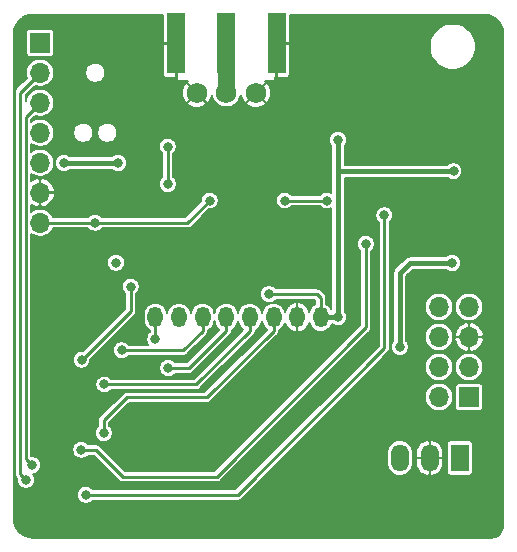
<source format=gbl>
G04 #@! TF.GenerationSoftware,KiCad,Pcbnew,(5.1.9-0-10_14)*
G04 #@! TF.CreationDate,2021-01-13T19:52:55+01:00*
G04 #@! TF.ProjectId,ithowifi,6974686f-7769-4666-992e-6b696361645f,rev?*
G04 #@! TF.SameCoordinates,Original*
G04 #@! TF.FileFunction,Copper,L2,Bot*
G04 #@! TF.FilePolarity,Positive*
%FSLAX46Y46*%
G04 Gerber Fmt 4.6, Leading zero omitted, Abs format (unit mm)*
G04 Created by KiCad (PCBNEW (5.1.9-0-10_14)) date 2021-01-13 19:52:55*
%MOMM*%
%LPD*%
G01*
G04 APERTURE LIST*
G04 #@! TA.AperFunction,ComponentPad*
%ADD10C,1.500000*%
G04 #@! TD*
G04 #@! TA.AperFunction,ComponentPad*
%ADD11O,1.700000X1.700000*%
G04 #@! TD*
G04 #@! TA.AperFunction,ComponentPad*
%ADD12R,1.700000X1.700000*%
G04 #@! TD*
G04 #@! TA.AperFunction,SMDPad,CuDef*
%ADD13R,1.500000X5.080000*%
G04 #@! TD*
G04 #@! TA.AperFunction,SMDPad,CuDef*
%ADD14C,1.750000*%
G04 #@! TD*
G04 #@! TA.AperFunction,SMDPad,CuDef*
%ADD15O,1.300000X1.750000*%
G04 #@! TD*
G04 #@! TA.AperFunction,ComponentPad*
%ADD16O,1.500000X2.300000*%
G04 #@! TD*
G04 #@! TA.AperFunction,ComponentPad*
%ADD17R,1.500000X2.300000*%
G04 #@! TD*
G04 #@! TA.AperFunction,ViaPad*
%ADD18C,0.800000*%
G04 #@! TD*
G04 #@! TA.AperFunction,Conductor*
%ADD19C,0.406400*%
G04 #@! TD*
G04 #@! TA.AperFunction,Conductor*
%ADD20C,0.254000*%
G04 #@! TD*
G04 #@! TA.AperFunction,Conductor*
%ADD21C,0.250000*%
G04 #@! TD*
G04 #@! TA.AperFunction,Conductor*
%ADD22C,1.016000*%
G04 #@! TD*
G04 #@! TA.AperFunction,Conductor*
%ADD23C,1.473200*%
G04 #@! TD*
G04 #@! TA.AperFunction,Conductor*
%ADD24C,0.203200*%
G04 #@! TD*
G04 #@! TA.AperFunction,Conductor*
%ADD25C,0.100000*%
G04 #@! TD*
G04 APERTURE END LIST*
D10*
X101498400Y-109347000D03*
D11*
X85725000Y-123037600D03*
X85725000Y-120497600D03*
X85725000Y-117957600D03*
X85725000Y-115417600D03*
X85725000Y-112877600D03*
X85725000Y-110337600D03*
D12*
X85725000Y-107797600D03*
D13*
X97248400Y-107848400D03*
X105748400Y-107848400D03*
X101498400Y-107848400D03*
D14*
X103989000Y-112039000D03*
X101489000Y-112039000D03*
X98989000Y-112039000D03*
D15*
X95489000Y-131039000D03*
X97489000Y-131039000D03*
X99489000Y-131039000D03*
X101489000Y-131039000D03*
X103489000Y-131039000D03*
X105489000Y-131039000D03*
X107489000Y-131039000D03*
X109489000Y-131039000D03*
D16*
X116179600Y-142951200D03*
X118719600Y-142951200D03*
D17*
X121259600Y-142951200D03*
D12*
X122047000Y-137795000D03*
D11*
X119507000Y-137795000D03*
X122047000Y-135255000D03*
X119507000Y-135255000D03*
X122047000Y-132715000D03*
X119507000Y-132715000D03*
X122047000Y-130175000D03*
X119507000Y-130175000D03*
D18*
X95250000Y-139700000D03*
X98806000Y-139700000D03*
X97028000Y-139700000D03*
X98806000Y-142748000D03*
X97028000Y-142748000D03*
X95250000Y-142748000D03*
X95250000Y-141224000D03*
X98806000Y-141224000D03*
X97028000Y-141224000D03*
X95504000Y-105918000D03*
X95504000Y-107442000D03*
X95504000Y-109220000D03*
X95504000Y-110998000D03*
X95504000Y-113030000D03*
X96774000Y-112014000D03*
X94234000Y-106680000D03*
X94234000Y-108458000D03*
X94234000Y-109982000D03*
X94234000Y-112014000D03*
X107442000Y-105918000D03*
X107442000Y-107442000D03*
X107442000Y-109220000D03*
X107442000Y-110998000D03*
X107442000Y-113030000D03*
X105918000Y-112014000D03*
X108712000Y-109982000D03*
X108712000Y-108204000D03*
X108712000Y-106680000D03*
X97282000Y-114046000D03*
X99314000Y-114046000D03*
X101600000Y-114046000D03*
X100584000Y-115570000D03*
X98298000Y-115570000D03*
X103886000Y-114046000D03*
X102870000Y-115570000D03*
X106172000Y-114046000D03*
X108712000Y-112014000D03*
X104902000Y-115189000D03*
X120600000Y-126450000D03*
X116179598Y-133553200D03*
X110947200Y-131038600D03*
X110947192Y-116027200D03*
X105105200Y-129082800D03*
X120726200Y-118668800D03*
X87731600Y-117983000D03*
X92329000Y-117983000D03*
X89585800Y-146075400D03*
X114858800Y-122402600D03*
X113284000Y-124841000D03*
X89204800Y-142265400D03*
X93395800Y-128447800D03*
X89230200Y-134645400D03*
X109982000Y-121158000D03*
X106426000Y-121158000D03*
X100076002Y-121158000D03*
X90385900Y-123037600D03*
X96520000Y-119761000D03*
X92151208Y-126415800D03*
X85039200Y-143560804D03*
X84531209Y-144805391D03*
X91109798Y-140843000D03*
X96570800Y-135331200D03*
X91160600Y-136728200D03*
X95478600Y-132892800D03*
X92633800Y-133832600D03*
X96519996Y-116586000D03*
D19*
X116179598Y-127304802D02*
X116179598Y-133553200D01*
X117034400Y-126450000D02*
X116179598Y-127304802D01*
X120600000Y-126450000D02*
X117034400Y-126450000D01*
X109489000Y-131039000D02*
X110946800Y-131039000D01*
X110946800Y-131039000D02*
X110947200Y-131038600D01*
X110947200Y-118364000D02*
X110947192Y-118363992D01*
X110947192Y-118363992D02*
X110947192Y-116592885D01*
X110947192Y-116592885D02*
X110947192Y-116027200D01*
D20*
X110947200Y-126441200D02*
X110921800Y-126415800D01*
D19*
X110947200Y-126441200D02*
X110947200Y-131038600D01*
D21*
X109489000Y-129428000D02*
X109489000Y-131039000D01*
X109143800Y-129082800D02*
X109489000Y-129428000D01*
X105105200Y-129082800D02*
X109143800Y-129082800D01*
D19*
X110947200Y-118668800D02*
X120726200Y-118668800D01*
X110947200Y-118364000D02*
X110947200Y-118668800D01*
X110947200Y-118668800D02*
X110947200Y-126441200D01*
X87731600Y-117983000D02*
X92329000Y-117983000D01*
D20*
X114858800Y-122402600D02*
X114858800Y-133654800D01*
X102438200Y-146075400D02*
X89585800Y-146075400D01*
X114858800Y-133654800D02*
X102438200Y-146075400D01*
X100660200Y-144526000D02*
X92710000Y-144526000D01*
X113284000Y-131902200D02*
X100660200Y-144526000D01*
X90449400Y-142265400D02*
X89204800Y-142265400D01*
X92710000Y-144526000D02*
X90449400Y-142265400D01*
X113284000Y-124841000D02*
X113284000Y-131902200D01*
X93395800Y-128447800D02*
X93395800Y-130530600D01*
X89281000Y-134645400D02*
X89230200Y-134645400D01*
X93395800Y-130530600D02*
X89281000Y-134645400D01*
D22*
X101509200Y-109281600D02*
X101498400Y-109270800D01*
X101489000Y-107857800D02*
X101498400Y-107848400D01*
D23*
X101498400Y-112029600D02*
X101489000Y-112039000D01*
X101498400Y-107848400D02*
X101498400Y-112029600D01*
D20*
X109982000Y-121158000D02*
X106426000Y-121158000D01*
X85725000Y-123037600D02*
X90195400Y-123037600D01*
X98196402Y-123037600D02*
X100076002Y-121158000D01*
X90385900Y-123037600D02*
X98196402Y-123037600D01*
X90195400Y-123037600D02*
X90385900Y-123037600D01*
D21*
X85725000Y-112877600D02*
X84498611Y-114103989D01*
X84498611Y-114103989D02*
X84498611Y-143020215D01*
X84498611Y-143020215D02*
X85039200Y-143560804D01*
X84048600Y-112014000D02*
X84048600Y-144322782D01*
X85725000Y-110337600D02*
X84048600Y-112014000D01*
X84048600Y-144322782D02*
X84531209Y-144805391D01*
D20*
X93065600Y-137820400D02*
X91109798Y-139776202D01*
X99836600Y-137820400D02*
X93065600Y-137820400D01*
X105489000Y-132168000D02*
X99836600Y-137820400D01*
X91109798Y-139776202D02*
X91109798Y-140843000D01*
X105489000Y-131039000D02*
X105489000Y-132168000D01*
X101489000Y-131039000D02*
X101489000Y-132168000D01*
X98325800Y-135331200D02*
X97136485Y-135331200D01*
X97136485Y-135331200D02*
X96570800Y-135331200D01*
X101489000Y-132168000D02*
X98325800Y-135331200D01*
X103489000Y-131039000D02*
X103489000Y-132168000D01*
X103489000Y-132168000D02*
X98928800Y-136728200D01*
X98928800Y-136728200D02*
X91160600Y-136728200D01*
X95478600Y-131049400D02*
X95489000Y-131039000D01*
X95478600Y-132892800D02*
X95478600Y-131049400D01*
X99489000Y-131039000D02*
X99489000Y-132168000D01*
X99489000Y-132168000D02*
X97824400Y-133832600D01*
X97824400Y-133832600D02*
X93199485Y-133832600D01*
X93199485Y-133832600D02*
X92633800Y-133832600D01*
X96520000Y-119761000D02*
X96520000Y-116941602D01*
X96520000Y-116941602D02*
X96520000Y-116586004D01*
X96520000Y-116586004D02*
X96519996Y-116586000D01*
D24*
X96092000Y-107721400D02*
X96193600Y-107823000D01*
X97223000Y-107823000D01*
X97223000Y-107803000D01*
X97273800Y-107803000D01*
X97273800Y-107823000D01*
X97293800Y-107823000D01*
X97293800Y-107873800D01*
X97273800Y-107873800D01*
X97273800Y-110693200D01*
X97307400Y-110726800D01*
X97307400Y-110896400D01*
X97309352Y-110916221D01*
X97315134Y-110935281D01*
X97324523Y-110952846D01*
X97337158Y-110968242D01*
X97352554Y-110980877D01*
X97370119Y-110990266D01*
X97389179Y-110996048D01*
X97409000Y-110998000D01*
X98246363Y-110998000D01*
X98168524Y-111182603D01*
X98989000Y-112003079D01*
X99003143Y-111988937D01*
X99009200Y-111994994D01*
X99009200Y-112014000D01*
X99011152Y-112033821D01*
X99016934Y-112052881D01*
X99026323Y-112070446D01*
X99038958Y-112085842D01*
X99054354Y-112098477D01*
X99071919Y-112107866D01*
X99090979Y-112113648D01*
X99100507Y-112114586D01*
X99845397Y-112859476D01*
X100045417Y-112775136D01*
X100168731Y-112554895D01*
X100246709Y-112314828D01*
X100262536Y-112180998D01*
X100305692Y-112397953D01*
X100398457Y-112621908D01*
X100533131Y-112823462D01*
X100704538Y-112994869D01*
X100906092Y-113129543D01*
X101130047Y-113222308D01*
X101367797Y-113269600D01*
X101610203Y-113269600D01*
X101847953Y-113222308D01*
X102071908Y-113129543D01*
X102273462Y-112994869D01*
X102372934Y-112895397D01*
X103168524Y-112895397D01*
X103252864Y-113095417D01*
X103473105Y-113218731D01*
X103713172Y-113296709D01*
X103963839Y-113326354D01*
X104215473Y-113306526D01*
X104458403Y-113237989D01*
X104683295Y-113123374D01*
X104725136Y-113095417D01*
X104809476Y-112895397D01*
X103989000Y-112074921D01*
X103168524Y-112895397D01*
X102372934Y-112895397D01*
X102444869Y-112823462D01*
X102579543Y-112621908D01*
X102672308Y-112397953D01*
X102715001Y-112183324D01*
X102721474Y-112265473D01*
X102790011Y-112508403D01*
X102904626Y-112733295D01*
X102932583Y-112775136D01*
X103132603Y-112859476D01*
X103876479Y-112115600D01*
X103886000Y-112115600D01*
X103905821Y-112113648D01*
X103924881Y-112107866D01*
X103942446Y-112098477D01*
X103957842Y-112085842D01*
X103970477Y-112070446D01*
X103979866Y-112052881D01*
X103984076Y-112039000D01*
X104024921Y-112039000D01*
X104845397Y-112859476D01*
X105045417Y-112775136D01*
X105168731Y-112554895D01*
X105246709Y-112314828D01*
X105276354Y-112064161D01*
X105256526Y-111812527D01*
X105187989Y-111569597D01*
X105073374Y-111344705D01*
X105045417Y-111302864D01*
X104845397Y-111218524D01*
X104024921Y-112039000D01*
X103984076Y-112039000D01*
X103985648Y-112033821D01*
X103987600Y-112014000D01*
X103987600Y-112001679D01*
X103989000Y-112003079D01*
X104809476Y-111182603D01*
X104731637Y-110998000D01*
X105537000Y-110998000D01*
X105556821Y-110996048D01*
X105575881Y-110990266D01*
X105593446Y-110980877D01*
X105608842Y-110968242D01*
X105621477Y-110952846D01*
X105630866Y-110935281D01*
X105636648Y-110916221D01*
X105638600Y-110896400D01*
X105638600Y-110777600D01*
X105723000Y-110693200D01*
X105723000Y-107873800D01*
X105773800Y-107873800D01*
X105773800Y-110693200D01*
X105875400Y-110794800D01*
X106498400Y-110796766D01*
X106578068Y-110788919D01*
X106654675Y-110765681D01*
X106725276Y-110727944D01*
X106787158Y-110677158D01*
X106837944Y-110615276D01*
X106875681Y-110544675D01*
X106898919Y-110468068D01*
X106906766Y-110388400D01*
X106904800Y-107975400D01*
X106864590Y-107935190D01*
X118694400Y-107935190D01*
X118694400Y-108320410D01*
X118769553Y-108698227D01*
X118916970Y-109054124D01*
X119130987Y-109374422D01*
X119403378Y-109646813D01*
X119723676Y-109860830D01*
X120079573Y-110008247D01*
X120457390Y-110083400D01*
X120842610Y-110083400D01*
X121220427Y-110008247D01*
X121576324Y-109860830D01*
X121896622Y-109646813D01*
X122169013Y-109374422D01*
X122383030Y-109054124D01*
X122530447Y-108698227D01*
X122605600Y-108320410D01*
X122605600Y-107935190D01*
X122530447Y-107557373D01*
X122383030Y-107201476D01*
X122169013Y-106881178D01*
X121896622Y-106608787D01*
X121576324Y-106394770D01*
X121220427Y-106247353D01*
X120842610Y-106172200D01*
X120457390Y-106172200D01*
X120079573Y-106247353D01*
X119723676Y-106394770D01*
X119403378Y-106608787D01*
X119130987Y-106881178D01*
X118916970Y-107201476D01*
X118769553Y-107557373D01*
X118694400Y-107935190D01*
X106864590Y-107935190D01*
X106803200Y-107873800D01*
X105773800Y-107873800D01*
X105723000Y-107873800D01*
X105703000Y-107873800D01*
X105703000Y-107823000D01*
X105723000Y-107823000D01*
X105723000Y-107803000D01*
X105773800Y-107803000D01*
X105773800Y-107823000D01*
X106803200Y-107823000D01*
X106904800Y-107721400D01*
X106906655Y-105444600D01*
X123296669Y-105444600D01*
X123630576Y-105477340D01*
X123932201Y-105568405D01*
X124210401Y-105716327D01*
X124454565Y-105915462D01*
X124655403Y-106158235D01*
X124805262Y-106435392D01*
X124898434Y-106736383D01*
X124933400Y-107069066D01*
X124933401Y-148696668D01*
X124912755Y-148907233D01*
X124857507Y-149090223D01*
X124767771Y-149258993D01*
X124646958Y-149407124D01*
X124499676Y-149528965D01*
X124331535Y-149619880D01*
X124148933Y-149676404D01*
X123939652Y-149698400D01*
X85110322Y-149698400D01*
X84776424Y-149665660D01*
X84474797Y-149574594D01*
X84196601Y-149426674D01*
X83952435Y-149227538D01*
X83751597Y-148984765D01*
X83601738Y-148707607D01*
X83508566Y-148406619D01*
X83473600Y-148073934D01*
X83473600Y-146000980D01*
X88830200Y-146000980D01*
X88830200Y-146149820D01*
X88859237Y-146295800D01*
X88916196Y-146433311D01*
X88998887Y-146557067D01*
X89104133Y-146662313D01*
X89227889Y-146745004D01*
X89365400Y-146801963D01*
X89511380Y-146831000D01*
X89660220Y-146831000D01*
X89806200Y-146801963D01*
X89943711Y-146745004D01*
X90067467Y-146662313D01*
X90171780Y-146558000D01*
X102414495Y-146558000D01*
X102438200Y-146560335D01*
X102461905Y-146558000D01*
X102461907Y-146558000D01*
X102532806Y-146551017D01*
X102623777Y-146523422D01*
X102707615Y-146478609D01*
X102781101Y-146418301D01*
X102796217Y-146399882D01*
X106699207Y-142496892D01*
X115074000Y-142496892D01*
X115074000Y-143405507D01*
X115089998Y-143567934D01*
X115153217Y-143776341D01*
X115255880Y-143968410D01*
X115394040Y-144136760D01*
X115562390Y-144274920D01*
X115754458Y-144377583D01*
X115962865Y-144440802D01*
X116179600Y-144462149D01*
X116396334Y-144440802D01*
X116604741Y-144377583D01*
X116796810Y-144274920D01*
X116965160Y-144136760D01*
X117103320Y-143968410D01*
X117205983Y-143776342D01*
X117269202Y-143567935D01*
X117285200Y-143405508D01*
X117285200Y-142976600D01*
X117563200Y-142976600D01*
X117563200Y-143376600D01*
X117590375Y-143601714D01*
X117660946Y-143817201D01*
X117772200Y-144014780D01*
X117919862Y-144186858D01*
X118098258Y-144326822D01*
X118300531Y-144429294D01*
X118513656Y-144489114D01*
X118694200Y-144405694D01*
X118694200Y-142976600D01*
X118745000Y-142976600D01*
X118745000Y-144405694D01*
X118925544Y-144489114D01*
X119138669Y-144429294D01*
X119340942Y-144326822D01*
X119519338Y-144186858D01*
X119667000Y-144014780D01*
X119778254Y-143817201D01*
X119848825Y-143601714D01*
X119876000Y-143376600D01*
X119876000Y-142976600D01*
X118745000Y-142976600D01*
X118694200Y-142976600D01*
X117563200Y-142976600D01*
X117285200Y-142976600D01*
X117285200Y-142525800D01*
X117563200Y-142525800D01*
X117563200Y-142925800D01*
X118694200Y-142925800D01*
X118694200Y-141496706D01*
X118745000Y-141496706D01*
X118745000Y-142925800D01*
X119876000Y-142925800D01*
X119876000Y-142525800D01*
X119848825Y-142300686D01*
X119778254Y-142085199D01*
X119667000Y-141887620D01*
X119592843Y-141801200D01*
X120152280Y-141801200D01*
X120152280Y-144101200D01*
X120159146Y-144170910D01*
X120179479Y-144237940D01*
X120212499Y-144299716D01*
X120256937Y-144353863D01*
X120311084Y-144398301D01*
X120372860Y-144431321D01*
X120439890Y-144451654D01*
X120509600Y-144458520D01*
X122009600Y-144458520D01*
X122079310Y-144451654D01*
X122146340Y-144431321D01*
X122208116Y-144398301D01*
X122262263Y-144353863D01*
X122306701Y-144299716D01*
X122339721Y-144237940D01*
X122360054Y-144170910D01*
X122366920Y-144101200D01*
X122366920Y-141801200D01*
X122360054Y-141731490D01*
X122339721Y-141664460D01*
X122306701Y-141602684D01*
X122262263Y-141548537D01*
X122208116Y-141504099D01*
X122146340Y-141471079D01*
X122079310Y-141450746D01*
X122009600Y-141443880D01*
X120509600Y-141443880D01*
X120439890Y-141450746D01*
X120372860Y-141471079D01*
X120311084Y-141504099D01*
X120256937Y-141548537D01*
X120212499Y-141602684D01*
X120179479Y-141664460D01*
X120159146Y-141731490D01*
X120152280Y-141801200D01*
X119592843Y-141801200D01*
X119519338Y-141715542D01*
X119340942Y-141575578D01*
X119138669Y-141473106D01*
X118925544Y-141413286D01*
X118745000Y-141496706D01*
X118694200Y-141496706D01*
X118513656Y-141413286D01*
X118300531Y-141473106D01*
X118098258Y-141575578D01*
X117919862Y-141715542D01*
X117772200Y-141887620D01*
X117660946Y-142085199D01*
X117590375Y-142300686D01*
X117563200Y-142525800D01*
X117285200Y-142525800D01*
X117285200Y-142496893D01*
X117269202Y-142334466D01*
X117205983Y-142126058D01*
X117103320Y-141933990D01*
X116965160Y-141765640D01*
X116796810Y-141627480D01*
X116604742Y-141524817D01*
X116396335Y-141461598D01*
X116179600Y-141440251D01*
X115962866Y-141461598D01*
X115754459Y-141524817D01*
X115562391Y-141627480D01*
X115394041Y-141765640D01*
X115255881Y-141933990D01*
X115153218Y-142126058D01*
X115089998Y-142334465D01*
X115074000Y-142496892D01*
X106699207Y-142496892D01*
X111519840Y-137676259D01*
X118301400Y-137676259D01*
X118301400Y-137913741D01*
X118347731Y-138146660D01*
X118438611Y-138366066D01*
X118570550Y-138563525D01*
X118738475Y-138731450D01*
X118935934Y-138863389D01*
X119155340Y-138954269D01*
X119388259Y-139000600D01*
X119625741Y-139000600D01*
X119858660Y-138954269D01*
X120078066Y-138863389D01*
X120275525Y-138731450D01*
X120443450Y-138563525D01*
X120575389Y-138366066D01*
X120666269Y-138146660D01*
X120712600Y-137913741D01*
X120712600Y-137676259D01*
X120666269Y-137443340D01*
X120575389Y-137223934D01*
X120443450Y-137026475D01*
X120361975Y-136945000D01*
X120839680Y-136945000D01*
X120839680Y-138645000D01*
X120846546Y-138714710D01*
X120866879Y-138781740D01*
X120899899Y-138843516D01*
X120944337Y-138897663D01*
X120998484Y-138942101D01*
X121060260Y-138975121D01*
X121127290Y-138995454D01*
X121197000Y-139002320D01*
X122897000Y-139002320D01*
X122966710Y-138995454D01*
X123033740Y-138975121D01*
X123095516Y-138942101D01*
X123149663Y-138897663D01*
X123194101Y-138843516D01*
X123227121Y-138781740D01*
X123247454Y-138714710D01*
X123254320Y-138645000D01*
X123254320Y-136945000D01*
X123247454Y-136875290D01*
X123227121Y-136808260D01*
X123194101Y-136746484D01*
X123149663Y-136692337D01*
X123095516Y-136647899D01*
X123033740Y-136614879D01*
X122966710Y-136594546D01*
X122897000Y-136587680D01*
X121197000Y-136587680D01*
X121127290Y-136594546D01*
X121060260Y-136614879D01*
X120998484Y-136647899D01*
X120944337Y-136692337D01*
X120899899Y-136746484D01*
X120866879Y-136808260D01*
X120846546Y-136875290D01*
X120839680Y-136945000D01*
X120361975Y-136945000D01*
X120275525Y-136858550D01*
X120078066Y-136726611D01*
X119858660Y-136635731D01*
X119625741Y-136589400D01*
X119388259Y-136589400D01*
X119155340Y-136635731D01*
X118935934Y-136726611D01*
X118738475Y-136858550D01*
X118570550Y-137026475D01*
X118438611Y-137223934D01*
X118347731Y-137443340D01*
X118301400Y-137676259D01*
X111519840Y-137676259D01*
X114059840Y-135136259D01*
X118301400Y-135136259D01*
X118301400Y-135373741D01*
X118347731Y-135606660D01*
X118438611Y-135826066D01*
X118570550Y-136023525D01*
X118738475Y-136191450D01*
X118935934Y-136323389D01*
X119155340Y-136414269D01*
X119388259Y-136460600D01*
X119625741Y-136460600D01*
X119858660Y-136414269D01*
X120078066Y-136323389D01*
X120275525Y-136191450D01*
X120443450Y-136023525D01*
X120575389Y-135826066D01*
X120666269Y-135606660D01*
X120712600Y-135373741D01*
X120712600Y-135136259D01*
X120841400Y-135136259D01*
X120841400Y-135373741D01*
X120887731Y-135606660D01*
X120978611Y-135826066D01*
X121110550Y-136023525D01*
X121278475Y-136191450D01*
X121475934Y-136323389D01*
X121695340Y-136414269D01*
X121928259Y-136460600D01*
X122165741Y-136460600D01*
X122398660Y-136414269D01*
X122618066Y-136323389D01*
X122815525Y-136191450D01*
X122983450Y-136023525D01*
X123115389Y-135826066D01*
X123206269Y-135606660D01*
X123252600Y-135373741D01*
X123252600Y-135136259D01*
X123206269Y-134903340D01*
X123115389Y-134683934D01*
X122983450Y-134486475D01*
X122815525Y-134318550D01*
X122618066Y-134186611D01*
X122398660Y-134095731D01*
X122165741Y-134049400D01*
X121928259Y-134049400D01*
X121695340Y-134095731D01*
X121475934Y-134186611D01*
X121278475Y-134318550D01*
X121110550Y-134486475D01*
X120978611Y-134683934D01*
X120887731Y-134903340D01*
X120841400Y-135136259D01*
X120712600Y-135136259D01*
X120666269Y-134903340D01*
X120575389Y-134683934D01*
X120443450Y-134486475D01*
X120275525Y-134318550D01*
X120078066Y-134186611D01*
X119858660Y-134095731D01*
X119625741Y-134049400D01*
X119388259Y-134049400D01*
X119155340Y-134095731D01*
X118935934Y-134186611D01*
X118738475Y-134318550D01*
X118570550Y-134486475D01*
X118438611Y-134683934D01*
X118347731Y-134903340D01*
X118301400Y-135136259D01*
X114059840Y-135136259D01*
X115183288Y-134012812D01*
X115201701Y-133997701D01*
X115262009Y-133924215D01*
X115306822Y-133840377D01*
X115327078Y-133773600D01*
X115334417Y-133749407D01*
X115343735Y-133654800D01*
X115341400Y-133631093D01*
X115341400Y-133478780D01*
X115423998Y-133478780D01*
X115423998Y-133627620D01*
X115453035Y-133773600D01*
X115509994Y-133911111D01*
X115592685Y-134034867D01*
X115697931Y-134140113D01*
X115821687Y-134222804D01*
X115959198Y-134279763D01*
X116105178Y-134308800D01*
X116254018Y-134308800D01*
X116399998Y-134279763D01*
X116537509Y-134222804D01*
X116661265Y-134140113D01*
X116766511Y-134034867D01*
X116849202Y-133911111D01*
X116906161Y-133773600D01*
X116935198Y-133627620D01*
X116935198Y-133478780D01*
X116906161Y-133332800D01*
X116849202Y-133195289D01*
X116766511Y-133071533D01*
X116738398Y-133043420D01*
X116738398Y-132596259D01*
X118301400Y-132596259D01*
X118301400Y-132833741D01*
X118347731Y-133066660D01*
X118438611Y-133286066D01*
X118570550Y-133483525D01*
X118738475Y-133651450D01*
X118935934Y-133783389D01*
X119155340Y-133874269D01*
X119388259Y-133920600D01*
X119625741Y-133920600D01*
X119858660Y-133874269D01*
X120078066Y-133783389D01*
X120275525Y-133651450D01*
X120443450Y-133483525D01*
X120575389Y-133286066D01*
X120666269Y-133066660D01*
X120692141Y-132936591D01*
X120810296Y-132936591D01*
X120819634Y-132983544D01*
X120895608Y-133217831D01*
X121015829Y-133432795D01*
X121175677Y-133620174D01*
X121369010Y-133772768D01*
X121588398Y-133884712D01*
X121825409Y-133951705D01*
X122021600Y-133869544D01*
X122021600Y-132740400D01*
X122072400Y-132740400D01*
X122072400Y-133869544D01*
X122268591Y-133951705D01*
X122505602Y-133884712D01*
X122724990Y-133772768D01*
X122918323Y-133620174D01*
X123078171Y-133432795D01*
X123198392Y-133217831D01*
X123274366Y-132983544D01*
X123283704Y-132936591D01*
X123201521Y-132740400D01*
X122072400Y-132740400D01*
X122021600Y-132740400D01*
X120892479Y-132740400D01*
X120810296Y-132936591D01*
X120692141Y-132936591D01*
X120712600Y-132833741D01*
X120712600Y-132596259D01*
X120692142Y-132493409D01*
X120810296Y-132493409D01*
X120892479Y-132689600D01*
X122021600Y-132689600D01*
X122021600Y-131560456D01*
X122072400Y-131560456D01*
X122072400Y-132689600D01*
X123201521Y-132689600D01*
X123283704Y-132493409D01*
X123274366Y-132446456D01*
X123198392Y-132212169D01*
X123078171Y-131997205D01*
X122918323Y-131809826D01*
X122724990Y-131657232D01*
X122505602Y-131545288D01*
X122268591Y-131478295D01*
X122072400Y-131560456D01*
X122021600Y-131560456D01*
X121825409Y-131478295D01*
X121588398Y-131545288D01*
X121369010Y-131657232D01*
X121175677Y-131809826D01*
X121015829Y-131997205D01*
X120895608Y-132212169D01*
X120819634Y-132446456D01*
X120810296Y-132493409D01*
X120692142Y-132493409D01*
X120666269Y-132363340D01*
X120575389Y-132143934D01*
X120443450Y-131946475D01*
X120275525Y-131778550D01*
X120078066Y-131646611D01*
X119858660Y-131555731D01*
X119625741Y-131509400D01*
X119388259Y-131509400D01*
X119155340Y-131555731D01*
X118935934Y-131646611D01*
X118738475Y-131778550D01*
X118570550Y-131946475D01*
X118438611Y-132143934D01*
X118347731Y-132363340D01*
X118301400Y-132596259D01*
X116738398Y-132596259D01*
X116738398Y-130056259D01*
X118301400Y-130056259D01*
X118301400Y-130293741D01*
X118347731Y-130526660D01*
X118438611Y-130746066D01*
X118570550Y-130943525D01*
X118738475Y-131111450D01*
X118935934Y-131243389D01*
X119155340Y-131334269D01*
X119388259Y-131380600D01*
X119625741Y-131380600D01*
X119858660Y-131334269D01*
X120078066Y-131243389D01*
X120275525Y-131111450D01*
X120443450Y-130943525D01*
X120575389Y-130746066D01*
X120666269Y-130526660D01*
X120712600Y-130293741D01*
X120712600Y-130056259D01*
X120841400Y-130056259D01*
X120841400Y-130293741D01*
X120887731Y-130526660D01*
X120978611Y-130746066D01*
X121110550Y-130943525D01*
X121278475Y-131111450D01*
X121475934Y-131243389D01*
X121695340Y-131334269D01*
X121928259Y-131380600D01*
X122165741Y-131380600D01*
X122398660Y-131334269D01*
X122618066Y-131243389D01*
X122815525Y-131111450D01*
X122983450Y-130943525D01*
X123115389Y-130746066D01*
X123206269Y-130526660D01*
X123252600Y-130293741D01*
X123252600Y-130056259D01*
X123206269Y-129823340D01*
X123115389Y-129603934D01*
X122983450Y-129406475D01*
X122815525Y-129238550D01*
X122618066Y-129106611D01*
X122398660Y-129015731D01*
X122165741Y-128969400D01*
X121928259Y-128969400D01*
X121695340Y-129015731D01*
X121475934Y-129106611D01*
X121278475Y-129238550D01*
X121110550Y-129406475D01*
X120978611Y-129603934D01*
X120887731Y-129823340D01*
X120841400Y-130056259D01*
X120712600Y-130056259D01*
X120666269Y-129823340D01*
X120575389Y-129603934D01*
X120443450Y-129406475D01*
X120275525Y-129238550D01*
X120078066Y-129106611D01*
X119858660Y-129015731D01*
X119625741Y-128969400D01*
X119388259Y-128969400D01*
X119155340Y-129015731D01*
X118935934Y-129106611D01*
X118738475Y-129238550D01*
X118570550Y-129406475D01*
X118438611Y-129603934D01*
X118347731Y-129823340D01*
X118301400Y-130056259D01*
X116738398Y-130056259D01*
X116738398Y-127536264D01*
X117265863Y-127008800D01*
X120090220Y-127008800D01*
X120118333Y-127036913D01*
X120242089Y-127119604D01*
X120379600Y-127176563D01*
X120525580Y-127205600D01*
X120674420Y-127205600D01*
X120820400Y-127176563D01*
X120957911Y-127119604D01*
X121081667Y-127036913D01*
X121186913Y-126931667D01*
X121269604Y-126807911D01*
X121326563Y-126670400D01*
X121355600Y-126524420D01*
X121355600Y-126375580D01*
X121326563Y-126229600D01*
X121269604Y-126092089D01*
X121186913Y-125968333D01*
X121081667Y-125863087D01*
X120957911Y-125780396D01*
X120820400Y-125723437D01*
X120674420Y-125694400D01*
X120525580Y-125694400D01*
X120379600Y-125723437D01*
X120242089Y-125780396D01*
X120118333Y-125863087D01*
X120090220Y-125891200D01*
X117061844Y-125891200D01*
X117034400Y-125888497D01*
X116924856Y-125899286D01*
X116819522Y-125931239D01*
X116722445Y-125983127D01*
X116686542Y-126012592D01*
X116637357Y-126052957D01*
X116619862Y-126074275D01*
X115803879Y-126890259D01*
X115782555Y-126907759D01*
X115712725Y-126992848D01*
X115660837Y-127089925D01*
X115628884Y-127195259D01*
X115627866Y-127205600D01*
X115618095Y-127304802D01*
X115620798Y-127332244D01*
X115620799Y-133043419D01*
X115592685Y-133071533D01*
X115509994Y-133195289D01*
X115453035Y-133332800D01*
X115423998Y-133478780D01*
X115341400Y-133478780D01*
X115341400Y-122988580D01*
X115445713Y-122884267D01*
X115528404Y-122760511D01*
X115585363Y-122623000D01*
X115614400Y-122477020D01*
X115614400Y-122328180D01*
X115585363Y-122182200D01*
X115528404Y-122044689D01*
X115445713Y-121920933D01*
X115340467Y-121815687D01*
X115216711Y-121732996D01*
X115079200Y-121676037D01*
X114933220Y-121647000D01*
X114784380Y-121647000D01*
X114638400Y-121676037D01*
X114500889Y-121732996D01*
X114377133Y-121815687D01*
X114271887Y-121920933D01*
X114189196Y-122044689D01*
X114132237Y-122182200D01*
X114103200Y-122328180D01*
X114103200Y-122477020D01*
X114132237Y-122623000D01*
X114189196Y-122760511D01*
X114271887Y-122884267D01*
X114376200Y-122988580D01*
X114376201Y-133454899D01*
X102238301Y-145592800D01*
X90171780Y-145592800D01*
X90067467Y-145488487D01*
X89943711Y-145405796D01*
X89806200Y-145348837D01*
X89660220Y-145319800D01*
X89511380Y-145319800D01*
X89365400Y-145348837D01*
X89227889Y-145405796D01*
X89104133Y-145488487D01*
X88998887Y-145593733D01*
X88916196Y-145717489D01*
X88859237Y-145855000D01*
X88830200Y-146000980D01*
X83473600Y-146000980D01*
X83473600Y-112014000D01*
X83565675Y-112014000D01*
X83568000Y-112037604D01*
X83568001Y-144299168D01*
X83565675Y-144322782D01*
X83571073Y-144377583D01*
X83574955Y-144416996D01*
X83584202Y-144447480D01*
X83602436Y-144507590D01*
X83647063Y-144591080D01*
X83647064Y-144591081D01*
X83707121Y-144664262D01*
X83725460Y-144679313D01*
X83775859Y-144729712D01*
X83775609Y-144730971D01*
X83775609Y-144879811D01*
X83804646Y-145025791D01*
X83861605Y-145163302D01*
X83944296Y-145287058D01*
X84049542Y-145392304D01*
X84173298Y-145474995D01*
X84310809Y-145531954D01*
X84456789Y-145560991D01*
X84605629Y-145560991D01*
X84751609Y-145531954D01*
X84889120Y-145474995D01*
X85012876Y-145392304D01*
X85118122Y-145287058D01*
X85200813Y-145163302D01*
X85257772Y-145025791D01*
X85286809Y-144879811D01*
X85286809Y-144730971D01*
X85257772Y-144584991D01*
X85200813Y-144447480D01*
X85118122Y-144323724D01*
X85110802Y-144316404D01*
X85113620Y-144316404D01*
X85259600Y-144287367D01*
X85397111Y-144230408D01*
X85520867Y-144147717D01*
X85626113Y-144042471D01*
X85708804Y-143918715D01*
X85765763Y-143781204D01*
X85794800Y-143635224D01*
X85794800Y-143486384D01*
X85765763Y-143340404D01*
X85708804Y-143202893D01*
X85626113Y-143079137D01*
X85520867Y-142973891D01*
X85397111Y-142891200D01*
X85259600Y-142834241D01*
X85113620Y-142805204D01*
X84979211Y-142805204D01*
X84979211Y-142190980D01*
X88449200Y-142190980D01*
X88449200Y-142339820D01*
X88478237Y-142485800D01*
X88535196Y-142623311D01*
X88617887Y-142747067D01*
X88723133Y-142852313D01*
X88846889Y-142935004D01*
X88984400Y-142991963D01*
X89130380Y-143021000D01*
X89279220Y-143021000D01*
X89425200Y-142991963D01*
X89562711Y-142935004D01*
X89686467Y-142852313D01*
X89790780Y-142748000D01*
X90249501Y-142748000D01*
X92351983Y-144850482D01*
X92367099Y-144868901D01*
X92440585Y-144929209D01*
X92524423Y-144974022D01*
X92615394Y-145001617D01*
X92686293Y-145008600D01*
X92686294Y-145008600D01*
X92709999Y-145010935D01*
X92733704Y-145008600D01*
X100636495Y-145008600D01*
X100660200Y-145010935D01*
X100683905Y-145008600D01*
X100683907Y-145008600D01*
X100754806Y-145001617D01*
X100845777Y-144974022D01*
X100929615Y-144929209D01*
X101003101Y-144868901D01*
X101018217Y-144850482D01*
X113608482Y-132260217D01*
X113626901Y-132245101D01*
X113687209Y-132171615D01*
X113732022Y-132087777D01*
X113759617Y-131996806D01*
X113766600Y-131925907D01*
X113766600Y-131925906D01*
X113768935Y-131902201D01*
X113766600Y-131878496D01*
X113766600Y-125426980D01*
X113870913Y-125322667D01*
X113953604Y-125198911D01*
X114010563Y-125061400D01*
X114039600Y-124915420D01*
X114039600Y-124766580D01*
X114010563Y-124620600D01*
X113953604Y-124483089D01*
X113870913Y-124359333D01*
X113765667Y-124254087D01*
X113641911Y-124171396D01*
X113504400Y-124114437D01*
X113358420Y-124085400D01*
X113209580Y-124085400D01*
X113063600Y-124114437D01*
X112926089Y-124171396D01*
X112802333Y-124254087D01*
X112697087Y-124359333D01*
X112614396Y-124483089D01*
X112557437Y-124620600D01*
X112528400Y-124766580D01*
X112528400Y-124915420D01*
X112557437Y-125061400D01*
X112614396Y-125198911D01*
X112697087Y-125322667D01*
X112801400Y-125426980D01*
X112801401Y-131702300D01*
X100460301Y-144043400D01*
X92909899Y-144043400D01*
X90807417Y-141940918D01*
X90792301Y-141922499D01*
X90718815Y-141862191D01*
X90634977Y-141817378D01*
X90544006Y-141789783D01*
X90473107Y-141782800D01*
X90473105Y-141782800D01*
X90449400Y-141780465D01*
X90425695Y-141782800D01*
X89790780Y-141782800D01*
X89686467Y-141678487D01*
X89562711Y-141595796D01*
X89425200Y-141538837D01*
X89279220Y-141509800D01*
X89130380Y-141509800D01*
X88984400Y-141538837D01*
X88846889Y-141595796D01*
X88723133Y-141678487D01*
X88617887Y-141783733D01*
X88535196Y-141907489D01*
X88478237Y-142045000D01*
X88449200Y-142190980D01*
X84979211Y-142190980D01*
X84979211Y-140768580D01*
X90354198Y-140768580D01*
X90354198Y-140917420D01*
X90383235Y-141063400D01*
X90440194Y-141200911D01*
X90522885Y-141324667D01*
X90628131Y-141429913D01*
X90751887Y-141512604D01*
X90889398Y-141569563D01*
X91035378Y-141598600D01*
X91184218Y-141598600D01*
X91330198Y-141569563D01*
X91467709Y-141512604D01*
X91591465Y-141429913D01*
X91696711Y-141324667D01*
X91779402Y-141200911D01*
X91836361Y-141063400D01*
X91865398Y-140917420D01*
X91865398Y-140768580D01*
X91836361Y-140622600D01*
X91779402Y-140485089D01*
X91696711Y-140361333D01*
X91592398Y-140257020D01*
X91592398Y-139976101D01*
X93265500Y-138303000D01*
X99812895Y-138303000D01*
X99836600Y-138305335D01*
X99860305Y-138303000D01*
X99860307Y-138303000D01*
X99931206Y-138296017D01*
X100022177Y-138268422D01*
X100106015Y-138223609D01*
X100179501Y-138163301D01*
X100194617Y-138144882D01*
X105813488Y-132526012D01*
X105831901Y-132510901D01*
X105892209Y-132437415D01*
X105937022Y-132353577D01*
X105964617Y-132262606D01*
X105971600Y-132191707D01*
X105973935Y-132168000D01*
X105971786Y-132146182D01*
X106050384Y-132104171D01*
X106203507Y-131978507D01*
X106329171Y-131825384D01*
X106422548Y-131650688D01*
X106464063Y-131513831D01*
X106522734Y-131691733D01*
X106624747Y-131872023D01*
X106759973Y-132028947D01*
X106923215Y-132156475D01*
X107108200Y-132249706D01*
X107298703Y-132303119D01*
X107463600Y-132218462D01*
X107463600Y-131064400D01*
X107443600Y-131064400D01*
X107443600Y-131013600D01*
X107463600Y-131013600D01*
X107463600Y-129859538D01*
X107298703Y-129774881D01*
X107108200Y-129828294D01*
X106923215Y-129921525D01*
X106759973Y-130049053D01*
X106624747Y-130205977D01*
X106522734Y-130386267D01*
X106464063Y-130564169D01*
X106422548Y-130427312D01*
X106329171Y-130252616D01*
X106203507Y-130099493D01*
X106050384Y-129973829D01*
X105875687Y-129880452D01*
X105686131Y-129822951D01*
X105489000Y-129803535D01*
X105291868Y-129822951D01*
X105102312Y-129880452D01*
X104927616Y-129973829D01*
X104774493Y-130099493D01*
X104648829Y-130252616D01*
X104555452Y-130427313D01*
X104497951Y-130616869D01*
X104489000Y-130707748D01*
X104480049Y-130616868D01*
X104422548Y-130427312D01*
X104329171Y-130252616D01*
X104203507Y-130099493D01*
X104050384Y-129973829D01*
X103875687Y-129880452D01*
X103686131Y-129822951D01*
X103489000Y-129803535D01*
X103291868Y-129822951D01*
X103102312Y-129880452D01*
X102927616Y-129973829D01*
X102774493Y-130099493D01*
X102648829Y-130252616D01*
X102555452Y-130427313D01*
X102497951Y-130616869D01*
X102489000Y-130707748D01*
X102480049Y-130616868D01*
X102422548Y-130427312D01*
X102329171Y-130252616D01*
X102203507Y-130099493D01*
X102050384Y-129973829D01*
X101875687Y-129880452D01*
X101686131Y-129822951D01*
X101489000Y-129803535D01*
X101291868Y-129822951D01*
X101102312Y-129880452D01*
X100927616Y-129973829D01*
X100774493Y-130099493D01*
X100648829Y-130252616D01*
X100555452Y-130427313D01*
X100497951Y-130616869D01*
X100489000Y-130707748D01*
X100480049Y-130616868D01*
X100422548Y-130427312D01*
X100329171Y-130252616D01*
X100203507Y-130099493D01*
X100050384Y-129973829D01*
X99875687Y-129880452D01*
X99686131Y-129822951D01*
X99489000Y-129803535D01*
X99291868Y-129822951D01*
X99102312Y-129880452D01*
X98927616Y-129973829D01*
X98774493Y-130099493D01*
X98648829Y-130252616D01*
X98555452Y-130427313D01*
X98497951Y-130616869D01*
X98489000Y-130707748D01*
X98480049Y-130616868D01*
X98422548Y-130427312D01*
X98329171Y-130252616D01*
X98203507Y-130099493D01*
X98050384Y-129973829D01*
X97875687Y-129880452D01*
X97686131Y-129822951D01*
X97489000Y-129803535D01*
X97291868Y-129822951D01*
X97102312Y-129880452D01*
X96927616Y-129973829D01*
X96774493Y-130099493D01*
X96648829Y-130252616D01*
X96555452Y-130427313D01*
X96497951Y-130616869D01*
X96489000Y-130707748D01*
X96480049Y-130616868D01*
X96422548Y-130427312D01*
X96329171Y-130252616D01*
X96203507Y-130099493D01*
X96050384Y-129973829D01*
X95875687Y-129880452D01*
X95686131Y-129822951D01*
X95489000Y-129803535D01*
X95291868Y-129822951D01*
X95102312Y-129880452D01*
X94927616Y-129973829D01*
X94774493Y-130099493D01*
X94648829Y-130252616D01*
X94555452Y-130427313D01*
X94497951Y-130616869D01*
X94483400Y-130764606D01*
X94483400Y-131313395D01*
X94497951Y-131461132D01*
X94555452Y-131650688D01*
X94648830Y-131825384D01*
X94774494Y-131978507D01*
X94927617Y-132104171D01*
X94996000Y-132140723D01*
X94996000Y-132306820D01*
X94891687Y-132411133D01*
X94808996Y-132534889D01*
X94752037Y-132672400D01*
X94723000Y-132818380D01*
X94723000Y-132967220D01*
X94752037Y-133113200D01*
X94808996Y-133250711D01*
X94875339Y-133350000D01*
X93219780Y-133350000D01*
X93115467Y-133245687D01*
X92991711Y-133162996D01*
X92854200Y-133106037D01*
X92708220Y-133077000D01*
X92559380Y-133077000D01*
X92413400Y-133106037D01*
X92275889Y-133162996D01*
X92152133Y-133245687D01*
X92046887Y-133350933D01*
X91964196Y-133474689D01*
X91907237Y-133612200D01*
X91878200Y-133758180D01*
X91878200Y-133907020D01*
X91907237Y-134053000D01*
X91964196Y-134190511D01*
X92046887Y-134314267D01*
X92152133Y-134419513D01*
X92275889Y-134502204D01*
X92413400Y-134559163D01*
X92559380Y-134588200D01*
X92708220Y-134588200D01*
X92854200Y-134559163D01*
X92991711Y-134502204D01*
X93115467Y-134419513D01*
X93219780Y-134315200D01*
X97800695Y-134315200D01*
X97824400Y-134317535D01*
X97848105Y-134315200D01*
X97848107Y-134315200D01*
X97919006Y-134308217D01*
X98009977Y-134280622D01*
X98093815Y-134235809D01*
X98167301Y-134175501D01*
X98182417Y-134157082D01*
X99813488Y-132526012D01*
X99831901Y-132510901D01*
X99892209Y-132437415D01*
X99937022Y-132353577D01*
X99964617Y-132262606D01*
X99971600Y-132191707D01*
X99973935Y-132168000D01*
X99971786Y-132146182D01*
X100050384Y-132104171D01*
X100203507Y-131978507D01*
X100329171Y-131825384D01*
X100422548Y-131650688D01*
X100480049Y-131461131D01*
X100489000Y-131370252D01*
X100497951Y-131461132D01*
X100555452Y-131650688D01*
X100648830Y-131825384D01*
X100774494Y-131978507D01*
X100896152Y-132078349D01*
X98125901Y-134848600D01*
X97156780Y-134848600D01*
X97052467Y-134744287D01*
X96928711Y-134661596D01*
X96791200Y-134604637D01*
X96645220Y-134575600D01*
X96496380Y-134575600D01*
X96350400Y-134604637D01*
X96212889Y-134661596D01*
X96089133Y-134744287D01*
X95983887Y-134849533D01*
X95901196Y-134973289D01*
X95844237Y-135110800D01*
X95815200Y-135256780D01*
X95815200Y-135405620D01*
X95844237Y-135551600D01*
X95901196Y-135689111D01*
X95983887Y-135812867D01*
X96089133Y-135918113D01*
X96212889Y-136000804D01*
X96350400Y-136057763D01*
X96496380Y-136086800D01*
X96645220Y-136086800D01*
X96791200Y-136057763D01*
X96928711Y-136000804D01*
X97052467Y-135918113D01*
X97156780Y-135813800D01*
X98302095Y-135813800D01*
X98325800Y-135816135D01*
X98349505Y-135813800D01*
X98349507Y-135813800D01*
X98420406Y-135806817D01*
X98511377Y-135779222D01*
X98595215Y-135734409D01*
X98668701Y-135674101D01*
X98683817Y-135655682D01*
X101813482Y-132526017D01*
X101831901Y-132510901D01*
X101892209Y-132437415D01*
X101937022Y-132353577D01*
X101964617Y-132262606D01*
X101971600Y-132191707D01*
X101971600Y-132191706D01*
X101973935Y-132168001D01*
X101971786Y-132146183D01*
X102050384Y-132104171D01*
X102203507Y-131978507D01*
X102329171Y-131825384D01*
X102422548Y-131650688D01*
X102480049Y-131461131D01*
X102489000Y-131370252D01*
X102497951Y-131461132D01*
X102555452Y-131650688D01*
X102648830Y-131825384D01*
X102774494Y-131978507D01*
X102896152Y-132078348D01*
X98728901Y-136245600D01*
X91746580Y-136245600D01*
X91642267Y-136141287D01*
X91518511Y-136058596D01*
X91381000Y-136001637D01*
X91235020Y-135972600D01*
X91086180Y-135972600D01*
X90940200Y-136001637D01*
X90802689Y-136058596D01*
X90678933Y-136141287D01*
X90573687Y-136246533D01*
X90490996Y-136370289D01*
X90434037Y-136507800D01*
X90405000Y-136653780D01*
X90405000Y-136802620D01*
X90434037Y-136948600D01*
X90490996Y-137086111D01*
X90573687Y-137209867D01*
X90678933Y-137315113D01*
X90802689Y-137397804D01*
X90940200Y-137454763D01*
X91086180Y-137483800D01*
X91235020Y-137483800D01*
X91381000Y-137454763D01*
X91518511Y-137397804D01*
X91642267Y-137315113D01*
X91746580Y-137210800D01*
X98905095Y-137210800D01*
X98928800Y-137213135D01*
X98952505Y-137210800D01*
X98952507Y-137210800D01*
X99023406Y-137203817D01*
X99114377Y-137176222D01*
X99198215Y-137131409D01*
X99271701Y-137071101D01*
X99286817Y-137052682D01*
X103813488Y-132526012D01*
X103831901Y-132510901D01*
X103892209Y-132437415D01*
X103937022Y-132353577D01*
X103964617Y-132262606D01*
X103971600Y-132191707D01*
X103973935Y-132168000D01*
X103971786Y-132146182D01*
X104050384Y-132104171D01*
X104203507Y-131978507D01*
X104329171Y-131825384D01*
X104422548Y-131650688D01*
X104480049Y-131461131D01*
X104489000Y-131370252D01*
X104497951Y-131461132D01*
X104555452Y-131650688D01*
X104648830Y-131825384D01*
X104774494Y-131978507D01*
X104896152Y-132078348D01*
X99636701Y-137337800D01*
X93089307Y-137337800D01*
X93065600Y-137335465D01*
X92970993Y-137344783D01*
X92880023Y-137372378D01*
X92796185Y-137417191D01*
X92722699Y-137477499D01*
X92707588Y-137495912D01*
X90785316Y-139418185D01*
X90766897Y-139433301D01*
X90706589Y-139506787D01*
X90661776Y-139590626D01*
X90634181Y-139681597D01*
X90627198Y-139752495D01*
X90624863Y-139776202D01*
X90627198Y-139799907D01*
X90627198Y-140257020D01*
X90522885Y-140361333D01*
X90440194Y-140485089D01*
X90383235Y-140622600D01*
X90354198Y-140768580D01*
X84979211Y-140768580D01*
X84979211Y-134570980D01*
X88474600Y-134570980D01*
X88474600Y-134719820D01*
X88503637Y-134865800D01*
X88560596Y-135003311D01*
X88643287Y-135127067D01*
X88748533Y-135232313D01*
X88872289Y-135315004D01*
X89009800Y-135371963D01*
X89155780Y-135401000D01*
X89304620Y-135401000D01*
X89450600Y-135371963D01*
X89588111Y-135315004D01*
X89711867Y-135232313D01*
X89817113Y-135127067D01*
X89899804Y-135003311D01*
X89956763Y-134865800D01*
X89985800Y-134719820D01*
X89985800Y-134623099D01*
X93720288Y-130888612D01*
X93738701Y-130873501D01*
X93755179Y-130853423D01*
X93799008Y-130800016D01*
X93805111Y-130788600D01*
X93843822Y-130716177D01*
X93849912Y-130696099D01*
X93871417Y-130625207D01*
X93880735Y-130530600D01*
X93878400Y-130506893D01*
X93878400Y-129033780D01*
X93903800Y-129008380D01*
X104349600Y-129008380D01*
X104349600Y-129157220D01*
X104378637Y-129303200D01*
X104435596Y-129440711D01*
X104518287Y-129564467D01*
X104623533Y-129669713D01*
X104747289Y-129752404D01*
X104884800Y-129809363D01*
X105030780Y-129838400D01*
X105179620Y-129838400D01*
X105325600Y-129809363D01*
X105463111Y-129752404D01*
X105586867Y-129669713D01*
X105692113Y-129564467D01*
X105692826Y-129563400D01*
X108944730Y-129563400D01*
X109008400Y-129627071D01*
X109008400Y-129930649D01*
X108927616Y-129973829D01*
X108774493Y-130099493D01*
X108648829Y-130252616D01*
X108555452Y-130427313D01*
X108513937Y-130564169D01*
X108455266Y-130386267D01*
X108353253Y-130205977D01*
X108218027Y-130049053D01*
X108054785Y-129921525D01*
X107869800Y-129828294D01*
X107679297Y-129774881D01*
X107514400Y-129859538D01*
X107514400Y-131013600D01*
X107534400Y-131013600D01*
X107534400Y-131064400D01*
X107514400Y-131064400D01*
X107514400Y-132218462D01*
X107679297Y-132303119D01*
X107869800Y-132249706D01*
X108054785Y-132156475D01*
X108218027Y-132028947D01*
X108353253Y-131872023D01*
X108455266Y-131691733D01*
X108513937Y-131513831D01*
X108555452Y-131650688D01*
X108648830Y-131825384D01*
X108774494Y-131978507D01*
X108927617Y-132104171D01*
X109102313Y-132197548D01*
X109291869Y-132255049D01*
X109489000Y-132274465D01*
X109686132Y-132255049D01*
X109875688Y-132197548D01*
X110050384Y-132104171D01*
X110203507Y-131978507D01*
X110329171Y-131825384D01*
X110422548Y-131650688D01*
X110438412Y-131598392D01*
X110465533Y-131625513D01*
X110589289Y-131708204D01*
X110726800Y-131765163D01*
X110872780Y-131794200D01*
X111021620Y-131794200D01*
X111167600Y-131765163D01*
X111305111Y-131708204D01*
X111428867Y-131625513D01*
X111534113Y-131520267D01*
X111616804Y-131396511D01*
X111673763Y-131259000D01*
X111702800Y-131113020D01*
X111702800Y-130964180D01*
X111673763Y-130818200D01*
X111616804Y-130680689D01*
X111534113Y-130556933D01*
X111506000Y-130528820D01*
X111506000Y-119227600D01*
X120216420Y-119227600D01*
X120244533Y-119255713D01*
X120368289Y-119338404D01*
X120505800Y-119395363D01*
X120651780Y-119424400D01*
X120800620Y-119424400D01*
X120946600Y-119395363D01*
X121084111Y-119338404D01*
X121207867Y-119255713D01*
X121313113Y-119150467D01*
X121395804Y-119026711D01*
X121452763Y-118889200D01*
X121481800Y-118743220D01*
X121481800Y-118594380D01*
X121452763Y-118448400D01*
X121395804Y-118310889D01*
X121313113Y-118187133D01*
X121207867Y-118081887D01*
X121084111Y-117999196D01*
X120946600Y-117942237D01*
X120800620Y-117913200D01*
X120651780Y-117913200D01*
X120505800Y-117942237D01*
X120368289Y-117999196D01*
X120244533Y-118081887D01*
X120216420Y-118110000D01*
X111505992Y-118110000D01*
X111505992Y-116536980D01*
X111534105Y-116508867D01*
X111616796Y-116385111D01*
X111673755Y-116247600D01*
X111702792Y-116101620D01*
X111702792Y-115952780D01*
X111673755Y-115806800D01*
X111616796Y-115669289D01*
X111534105Y-115545533D01*
X111428859Y-115440287D01*
X111305103Y-115357596D01*
X111167592Y-115300637D01*
X111021612Y-115271600D01*
X110872772Y-115271600D01*
X110726792Y-115300637D01*
X110589281Y-115357596D01*
X110465525Y-115440287D01*
X110360279Y-115545533D01*
X110277588Y-115669289D01*
X110220629Y-115806800D01*
X110191592Y-115952780D01*
X110191592Y-116101620D01*
X110220629Y-116247600D01*
X110277588Y-116385111D01*
X110360279Y-116508867D01*
X110388392Y-116536980D01*
X110388392Y-116620328D01*
X110388393Y-116620338D01*
X110388392Y-118336550D01*
X110385689Y-118363992D01*
X110388392Y-118391434D01*
X110388392Y-118391435D01*
X110388400Y-118391516D01*
X110388400Y-118641356D01*
X110385697Y-118668800D01*
X110388400Y-118696243D01*
X110388400Y-120520795D01*
X110339911Y-120488396D01*
X110202400Y-120431437D01*
X110056420Y-120402400D01*
X109907580Y-120402400D01*
X109761600Y-120431437D01*
X109624089Y-120488396D01*
X109500333Y-120571087D01*
X109396020Y-120675400D01*
X107011980Y-120675400D01*
X106907667Y-120571087D01*
X106783911Y-120488396D01*
X106646400Y-120431437D01*
X106500420Y-120402400D01*
X106351580Y-120402400D01*
X106205600Y-120431437D01*
X106068089Y-120488396D01*
X105944333Y-120571087D01*
X105839087Y-120676333D01*
X105756396Y-120800089D01*
X105699437Y-120937600D01*
X105670400Y-121083580D01*
X105670400Y-121232420D01*
X105699437Y-121378400D01*
X105756396Y-121515911D01*
X105839087Y-121639667D01*
X105944333Y-121744913D01*
X106068089Y-121827604D01*
X106205600Y-121884563D01*
X106351580Y-121913600D01*
X106500420Y-121913600D01*
X106646400Y-121884563D01*
X106783911Y-121827604D01*
X106907667Y-121744913D01*
X107011980Y-121640600D01*
X109396020Y-121640600D01*
X109500333Y-121744913D01*
X109624089Y-121827604D01*
X109761600Y-121884563D01*
X109907580Y-121913600D01*
X110056420Y-121913600D01*
X110202400Y-121884563D01*
X110339911Y-121827604D01*
X110388400Y-121795204D01*
X110388401Y-126413747D01*
X110388400Y-126413757D01*
X110388401Y-130363427D01*
X110329171Y-130252616D01*
X110203507Y-130099493D01*
X110050384Y-129973829D01*
X109969600Y-129930649D01*
X109969600Y-129451604D01*
X109971925Y-129428000D01*
X109969600Y-129404393D01*
X109962646Y-129333786D01*
X109935165Y-129243193D01*
X109890537Y-129159701D01*
X109830480Y-129086520D01*
X109812140Y-129071469D01*
X109500335Y-128759665D01*
X109485280Y-128741320D01*
X109412099Y-128681263D01*
X109328607Y-128636635D01*
X109238014Y-128609154D01*
X109167407Y-128602200D01*
X109167404Y-128602200D01*
X109143800Y-128599875D01*
X109120196Y-128602200D01*
X105692826Y-128602200D01*
X105692113Y-128601133D01*
X105586867Y-128495887D01*
X105463111Y-128413196D01*
X105325600Y-128356237D01*
X105179620Y-128327200D01*
X105030780Y-128327200D01*
X104884800Y-128356237D01*
X104747289Y-128413196D01*
X104623533Y-128495887D01*
X104518287Y-128601133D01*
X104435596Y-128724889D01*
X104378637Y-128862400D01*
X104349600Y-129008380D01*
X93903800Y-129008380D01*
X93982713Y-128929467D01*
X94065404Y-128805711D01*
X94122363Y-128668200D01*
X94151400Y-128522220D01*
X94151400Y-128373380D01*
X94122363Y-128227400D01*
X94065404Y-128089889D01*
X93982713Y-127966133D01*
X93877467Y-127860887D01*
X93753711Y-127778196D01*
X93616200Y-127721237D01*
X93470220Y-127692200D01*
X93321380Y-127692200D01*
X93175400Y-127721237D01*
X93037889Y-127778196D01*
X92914133Y-127860887D01*
X92808887Y-127966133D01*
X92726196Y-128089889D01*
X92669237Y-128227400D01*
X92640200Y-128373380D01*
X92640200Y-128522220D01*
X92669237Y-128668200D01*
X92726196Y-128805711D01*
X92808887Y-128929467D01*
X92913200Y-129033780D01*
X92913201Y-130330699D01*
X89345892Y-133898009D01*
X89304620Y-133889800D01*
X89155780Y-133889800D01*
X89009800Y-133918837D01*
X88872289Y-133975796D01*
X88748533Y-134058487D01*
X88643287Y-134163733D01*
X88560596Y-134287489D01*
X88503637Y-134425000D01*
X88474600Y-134570980D01*
X84979211Y-134570980D01*
X84979211Y-126341380D01*
X91395608Y-126341380D01*
X91395608Y-126490220D01*
X91424645Y-126636200D01*
X91481604Y-126773711D01*
X91564295Y-126897467D01*
X91669541Y-127002713D01*
X91793297Y-127085404D01*
X91930808Y-127142363D01*
X92076788Y-127171400D01*
X92225628Y-127171400D01*
X92371608Y-127142363D01*
X92509119Y-127085404D01*
X92632875Y-127002713D01*
X92738121Y-126897467D01*
X92820812Y-126773711D01*
X92877771Y-126636200D01*
X92906808Y-126490220D01*
X92906808Y-126341380D01*
X92877771Y-126195400D01*
X92820812Y-126057889D01*
X92738121Y-125934133D01*
X92632875Y-125828887D01*
X92509119Y-125746196D01*
X92371608Y-125689237D01*
X92225628Y-125660200D01*
X92076788Y-125660200D01*
X91930808Y-125689237D01*
X91793297Y-125746196D01*
X91669541Y-125828887D01*
X91564295Y-125934133D01*
X91481604Y-126057889D01*
X91424645Y-126195400D01*
X91395608Y-126341380D01*
X84979211Y-126341380D01*
X84979211Y-123989242D01*
X85153934Y-124105989D01*
X85373340Y-124196869D01*
X85606259Y-124243200D01*
X85843741Y-124243200D01*
X86076660Y-124196869D01*
X86296066Y-124105989D01*
X86493525Y-123974050D01*
X86661450Y-123806125D01*
X86793389Y-123608666D01*
X86830032Y-123520200D01*
X89799920Y-123520200D01*
X89904233Y-123624513D01*
X90027989Y-123707204D01*
X90165500Y-123764163D01*
X90311480Y-123793200D01*
X90460320Y-123793200D01*
X90606300Y-123764163D01*
X90743811Y-123707204D01*
X90867567Y-123624513D01*
X90971880Y-123520200D01*
X98172697Y-123520200D01*
X98196402Y-123522535D01*
X98220107Y-123520200D01*
X98220109Y-123520200D01*
X98291008Y-123513217D01*
X98381979Y-123485622D01*
X98465817Y-123440809D01*
X98539303Y-123380501D01*
X98554419Y-123362082D01*
X100002902Y-121913600D01*
X100150422Y-121913600D01*
X100296402Y-121884563D01*
X100433913Y-121827604D01*
X100557669Y-121744913D01*
X100662915Y-121639667D01*
X100745606Y-121515911D01*
X100802565Y-121378400D01*
X100831602Y-121232420D01*
X100831602Y-121083580D01*
X100802565Y-120937600D01*
X100745606Y-120800089D01*
X100662915Y-120676333D01*
X100557669Y-120571087D01*
X100433913Y-120488396D01*
X100296402Y-120431437D01*
X100150422Y-120402400D01*
X100001582Y-120402400D01*
X99855602Y-120431437D01*
X99718091Y-120488396D01*
X99594335Y-120571087D01*
X99489089Y-120676333D01*
X99406398Y-120800089D01*
X99349439Y-120937600D01*
X99320402Y-121083580D01*
X99320402Y-121231100D01*
X97996503Y-122555000D01*
X90971880Y-122555000D01*
X90867567Y-122450687D01*
X90743811Y-122367996D01*
X90606300Y-122311037D01*
X90460320Y-122282000D01*
X90311480Y-122282000D01*
X90165500Y-122311037D01*
X90027989Y-122367996D01*
X89904233Y-122450687D01*
X89799920Y-122555000D01*
X86830032Y-122555000D01*
X86793389Y-122466534D01*
X86661450Y-122269075D01*
X86493525Y-122101150D01*
X86296066Y-121969211D01*
X86076660Y-121878331D01*
X85843741Y-121832000D01*
X85606259Y-121832000D01*
X85373340Y-121878331D01*
X85153934Y-121969211D01*
X84979211Y-122085958D01*
X84979211Y-121501856D01*
X85047010Y-121555368D01*
X85266398Y-121667312D01*
X85503409Y-121734305D01*
X85699600Y-121652144D01*
X85699600Y-120523000D01*
X85750400Y-120523000D01*
X85750400Y-121652144D01*
X85946591Y-121734305D01*
X86183602Y-121667312D01*
X86402990Y-121555368D01*
X86596323Y-121402774D01*
X86756171Y-121215395D01*
X86876392Y-121000431D01*
X86952366Y-120766144D01*
X86961704Y-120719191D01*
X86879521Y-120523000D01*
X85750400Y-120523000D01*
X85699600Y-120523000D01*
X85679600Y-120523000D01*
X85679600Y-120472200D01*
X85699600Y-120472200D01*
X85699600Y-119343056D01*
X85750400Y-119343056D01*
X85750400Y-120472200D01*
X86879521Y-120472200D01*
X86961704Y-120276009D01*
X86952366Y-120229056D01*
X86876392Y-119994769D01*
X86756171Y-119779805D01*
X86596323Y-119592426D01*
X86402990Y-119439832D01*
X86183602Y-119327888D01*
X85946591Y-119260895D01*
X85750400Y-119343056D01*
X85699600Y-119343056D01*
X85503409Y-119260895D01*
X85266398Y-119327888D01*
X85047010Y-119439832D01*
X84979211Y-119493344D01*
X84979211Y-118909242D01*
X85153934Y-119025989D01*
X85373340Y-119116869D01*
X85606259Y-119163200D01*
X85843741Y-119163200D01*
X86076660Y-119116869D01*
X86296066Y-119025989D01*
X86493525Y-118894050D01*
X86661450Y-118726125D01*
X86793389Y-118528666D01*
X86884269Y-118309260D01*
X86930600Y-118076341D01*
X86930600Y-117908580D01*
X86976000Y-117908580D01*
X86976000Y-118057420D01*
X87005037Y-118203400D01*
X87061996Y-118340911D01*
X87144687Y-118464667D01*
X87249933Y-118569913D01*
X87373689Y-118652604D01*
X87511200Y-118709563D01*
X87657180Y-118738600D01*
X87806020Y-118738600D01*
X87952000Y-118709563D01*
X88089511Y-118652604D01*
X88213267Y-118569913D01*
X88241380Y-118541800D01*
X91819220Y-118541800D01*
X91847333Y-118569913D01*
X91971089Y-118652604D01*
X92108600Y-118709563D01*
X92254580Y-118738600D01*
X92403420Y-118738600D01*
X92549400Y-118709563D01*
X92686911Y-118652604D01*
X92810667Y-118569913D01*
X92915913Y-118464667D01*
X92998604Y-118340911D01*
X93055563Y-118203400D01*
X93084600Y-118057420D01*
X93084600Y-117908580D01*
X93055563Y-117762600D01*
X92998604Y-117625089D01*
X92915913Y-117501333D01*
X92810667Y-117396087D01*
X92686911Y-117313396D01*
X92549400Y-117256437D01*
X92403420Y-117227400D01*
X92254580Y-117227400D01*
X92108600Y-117256437D01*
X91971089Y-117313396D01*
X91847333Y-117396087D01*
X91819220Y-117424200D01*
X88241380Y-117424200D01*
X88213267Y-117396087D01*
X88089511Y-117313396D01*
X87952000Y-117256437D01*
X87806020Y-117227400D01*
X87657180Y-117227400D01*
X87511200Y-117256437D01*
X87373689Y-117313396D01*
X87249933Y-117396087D01*
X87144687Y-117501333D01*
X87061996Y-117625089D01*
X87005037Y-117762600D01*
X86976000Y-117908580D01*
X86930600Y-117908580D01*
X86930600Y-117838859D01*
X86884269Y-117605940D01*
X86793389Y-117386534D01*
X86661450Y-117189075D01*
X86493525Y-117021150D01*
X86296066Y-116889211D01*
X86076660Y-116798331D01*
X85843741Y-116752000D01*
X85606259Y-116752000D01*
X85373340Y-116798331D01*
X85153934Y-116889211D01*
X84979211Y-117005958D01*
X84979211Y-116369242D01*
X85153934Y-116485989D01*
X85373340Y-116576869D01*
X85606259Y-116623200D01*
X85843741Y-116623200D01*
X86076660Y-116576869D01*
X86234283Y-116511580D01*
X95764396Y-116511580D01*
X95764396Y-116660420D01*
X95793433Y-116806400D01*
X95850392Y-116943911D01*
X95933083Y-117067667D01*
X96037401Y-117171985D01*
X96037400Y-119175020D01*
X95933087Y-119279333D01*
X95850396Y-119403089D01*
X95793437Y-119540600D01*
X95764400Y-119686580D01*
X95764400Y-119835420D01*
X95793437Y-119981400D01*
X95850396Y-120118911D01*
X95933087Y-120242667D01*
X96038333Y-120347913D01*
X96162089Y-120430604D01*
X96299600Y-120487563D01*
X96445580Y-120516600D01*
X96594420Y-120516600D01*
X96740400Y-120487563D01*
X96877911Y-120430604D01*
X97001667Y-120347913D01*
X97106913Y-120242667D01*
X97189604Y-120118911D01*
X97246563Y-119981400D01*
X97275600Y-119835420D01*
X97275600Y-119686580D01*
X97246563Y-119540600D01*
X97189604Y-119403089D01*
X97106913Y-119279333D01*
X97002600Y-119175020D01*
X97002600Y-117171976D01*
X97106909Y-117067667D01*
X97189600Y-116943911D01*
X97246559Y-116806400D01*
X97275596Y-116660420D01*
X97275596Y-116511580D01*
X97246559Y-116365600D01*
X97189600Y-116228089D01*
X97106909Y-116104333D01*
X97001663Y-115999087D01*
X96877907Y-115916396D01*
X96740396Y-115859437D01*
X96594416Y-115830400D01*
X96445576Y-115830400D01*
X96299596Y-115859437D01*
X96162085Y-115916396D01*
X96038329Y-115999087D01*
X95933083Y-116104333D01*
X95850392Y-116228089D01*
X95793433Y-116365600D01*
X95764396Y-116511580D01*
X86234283Y-116511580D01*
X86296066Y-116485989D01*
X86493525Y-116354050D01*
X86661450Y-116186125D01*
X86793389Y-115988666D01*
X86884269Y-115769260D01*
X86930600Y-115536341D01*
X86930600Y-115333794D01*
X88531700Y-115333794D01*
X88531700Y-115501406D01*
X88564400Y-115665798D01*
X88628542Y-115820652D01*
X88721663Y-115960017D01*
X88840183Y-116078537D01*
X88979548Y-116171658D01*
X89134402Y-116235800D01*
X89298794Y-116268500D01*
X89466406Y-116268500D01*
X89630798Y-116235800D01*
X89785652Y-116171658D01*
X89925017Y-116078537D01*
X90043537Y-115960017D01*
X90136658Y-115820652D01*
X90200800Y-115665798D01*
X90233500Y-115501406D01*
X90233500Y-115333794D01*
X90563700Y-115333794D01*
X90563700Y-115501406D01*
X90596400Y-115665798D01*
X90660542Y-115820652D01*
X90753663Y-115960017D01*
X90872183Y-116078537D01*
X91011548Y-116171658D01*
X91166402Y-116235800D01*
X91330794Y-116268500D01*
X91498406Y-116268500D01*
X91662798Y-116235800D01*
X91817652Y-116171658D01*
X91957017Y-116078537D01*
X92075537Y-115960017D01*
X92168658Y-115820652D01*
X92232800Y-115665798D01*
X92265500Y-115501406D01*
X92265500Y-115333794D01*
X92232800Y-115169402D01*
X92168658Y-115014548D01*
X92075537Y-114875183D01*
X91957017Y-114756663D01*
X91817652Y-114663542D01*
X91662798Y-114599400D01*
X91498406Y-114566700D01*
X91330794Y-114566700D01*
X91166402Y-114599400D01*
X91011548Y-114663542D01*
X90872183Y-114756663D01*
X90753663Y-114875183D01*
X90660542Y-115014548D01*
X90596400Y-115169402D01*
X90563700Y-115333794D01*
X90233500Y-115333794D01*
X90200800Y-115169402D01*
X90136658Y-115014548D01*
X90043537Y-114875183D01*
X89925017Y-114756663D01*
X89785652Y-114663542D01*
X89630798Y-114599400D01*
X89466406Y-114566700D01*
X89298794Y-114566700D01*
X89134402Y-114599400D01*
X88979548Y-114663542D01*
X88840183Y-114756663D01*
X88721663Y-114875183D01*
X88628542Y-115014548D01*
X88564400Y-115169402D01*
X88531700Y-115333794D01*
X86930600Y-115333794D01*
X86930600Y-115298859D01*
X86884269Y-115065940D01*
X86793389Y-114846534D01*
X86661450Y-114649075D01*
X86493525Y-114481150D01*
X86296066Y-114349211D01*
X86076660Y-114258331D01*
X85843741Y-114212000D01*
X85606259Y-114212000D01*
X85373340Y-114258331D01*
X85153934Y-114349211D01*
X84979211Y-114465958D01*
X84979211Y-114303059D01*
X85282873Y-113999397D01*
X85373340Y-114036869D01*
X85606259Y-114083200D01*
X85843741Y-114083200D01*
X86076660Y-114036869D01*
X86296066Y-113945989D01*
X86493525Y-113814050D01*
X86661450Y-113646125D01*
X86793389Y-113448666D01*
X86884269Y-113229260D01*
X86930600Y-112996341D01*
X86930600Y-112895397D01*
X98168524Y-112895397D01*
X98252864Y-113095417D01*
X98473105Y-113218731D01*
X98713172Y-113296709D01*
X98963839Y-113326354D01*
X99215473Y-113306526D01*
X99458403Y-113237989D01*
X99683295Y-113123374D01*
X99725136Y-113095417D01*
X99809476Y-112895397D01*
X98989000Y-112074921D01*
X98168524Y-112895397D01*
X86930600Y-112895397D01*
X86930600Y-112758859D01*
X86884269Y-112525940D01*
X86793389Y-112306534D01*
X86661450Y-112109075D01*
X86566214Y-112013839D01*
X97701646Y-112013839D01*
X97721474Y-112265473D01*
X97790011Y-112508403D01*
X97904626Y-112733295D01*
X97932583Y-112775136D01*
X98132603Y-112859476D01*
X98953079Y-112039000D01*
X98132603Y-111218524D01*
X97932583Y-111302864D01*
X97809269Y-111523105D01*
X97731291Y-111763172D01*
X97701646Y-112013839D01*
X86566214Y-112013839D01*
X86493525Y-111941150D01*
X86296066Y-111809211D01*
X86076660Y-111718331D01*
X85843741Y-111672000D01*
X85606259Y-111672000D01*
X85373340Y-111718331D01*
X85153934Y-111809211D01*
X84956475Y-111941150D01*
X84788550Y-112109075D01*
X84656611Y-112306534D01*
X84565731Y-112525940D01*
X84529200Y-112709592D01*
X84529200Y-112213070D01*
X85282874Y-111459397D01*
X85373340Y-111496869D01*
X85606259Y-111543200D01*
X85843741Y-111543200D01*
X86076660Y-111496869D01*
X86296066Y-111405989D01*
X86493525Y-111274050D01*
X86661450Y-111106125D01*
X86793389Y-110908666D01*
X86884269Y-110689260D01*
X86930600Y-110456341D01*
X86930600Y-110253794D01*
X89547700Y-110253794D01*
X89547700Y-110421406D01*
X89580400Y-110585798D01*
X89644542Y-110740652D01*
X89737663Y-110880017D01*
X89856183Y-110998537D01*
X89995548Y-111091658D01*
X90150402Y-111155800D01*
X90314794Y-111188500D01*
X90482406Y-111188500D01*
X90646798Y-111155800D01*
X90801652Y-111091658D01*
X90941017Y-110998537D01*
X91059537Y-110880017D01*
X91152658Y-110740652D01*
X91216800Y-110585798D01*
X91249500Y-110421406D01*
X91249500Y-110388400D01*
X96090034Y-110388400D01*
X96097881Y-110468068D01*
X96121119Y-110544675D01*
X96158856Y-110615276D01*
X96209642Y-110677158D01*
X96271524Y-110727944D01*
X96342125Y-110765681D01*
X96418732Y-110788919D01*
X96498400Y-110796766D01*
X97121400Y-110794800D01*
X97223000Y-110693200D01*
X97223000Y-107873800D01*
X96193600Y-107873800D01*
X96092000Y-107975400D01*
X96090034Y-110388400D01*
X91249500Y-110388400D01*
X91249500Y-110253794D01*
X91216800Y-110089402D01*
X91152658Y-109934548D01*
X91059537Y-109795183D01*
X90941017Y-109676663D01*
X90801652Y-109583542D01*
X90646798Y-109519400D01*
X90482406Y-109486700D01*
X90314794Y-109486700D01*
X90150402Y-109519400D01*
X89995548Y-109583542D01*
X89856183Y-109676663D01*
X89737663Y-109795183D01*
X89644542Y-109934548D01*
X89580400Y-110089402D01*
X89547700Y-110253794D01*
X86930600Y-110253794D01*
X86930600Y-110218859D01*
X86884269Y-109985940D01*
X86793389Y-109766534D01*
X86661450Y-109569075D01*
X86493525Y-109401150D01*
X86296066Y-109269211D01*
X86076660Y-109178331D01*
X85843741Y-109132000D01*
X85606259Y-109132000D01*
X85373340Y-109178331D01*
X85153934Y-109269211D01*
X84956475Y-109401150D01*
X84788550Y-109569075D01*
X84656611Y-109766534D01*
X84565731Y-109985940D01*
X84519400Y-110218859D01*
X84519400Y-110456341D01*
X84565731Y-110689260D01*
X84603203Y-110779726D01*
X83725465Y-111657465D01*
X83707120Y-111672520D01*
X83647063Y-111745701D01*
X83602435Y-111829194D01*
X83574954Y-111919787D01*
X83568000Y-111990393D01*
X83565675Y-112014000D01*
X83473600Y-112014000D01*
X83473600Y-107081331D01*
X83486712Y-106947600D01*
X84517680Y-106947600D01*
X84517680Y-108647600D01*
X84524546Y-108717310D01*
X84544879Y-108784340D01*
X84577899Y-108846116D01*
X84622337Y-108900263D01*
X84676484Y-108944701D01*
X84738260Y-108977721D01*
X84805290Y-108998054D01*
X84875000Y-109004920D01*
X86575000Y-109004920D01*
X86644710Y-108998054D01*
X86711740Y-108977721D01*
X86773516Y-108944701D01*
X86827663Y-108900263D01*
X86872101Y-108846116D01*
X86905121Y-108784340D01*
X86925454Y-108717310D01*
X86932320Y-108647600D01*
X86932320Y-106947600D01*
X86925454Y-106877890D01*
X86905121Y-106810860D01*
X86872101Y-106749084D01*
X86827663Y-106694937D01*
X86773516Y-106650499D01*
X86711740Y-106617479D01*
X86644710Y-106597146D01*
X86575000Y-106590280D01*
X84875000Y-106590280D01*
X84805290Y-106597146D01*
X84738260Y-106617479D01*
X84676484Y-106650499D01*
X84622337Y-106694937D01*
X84577899Y-106749084D01*
X84544879Y-106810860D01*
X84524546Y-106877890D01*
X84517680Y-106947600D01*
X83486712Y-106947600D01*
X83506340Y-106747424D01*
X83597405Y-106445799D01*
X83745327Y-106167599D01*
X83944462Y-105923435D01*
X84187235Y-105722597D01*
X84464392Y-105572738D01*
X84765383Y-105479566D01*
X85098066Y-105444600D01*
X96090145Y-105444600D01*
X96092000Y-107721400D01*
G04 #@! TA.AperFunction,Conductor*
D25*
G36*
X96092000Y-107721400D02*
G01*
X96193600Y-107823000D01*
X97223000Y-107823000D01*
X97223000Y-107803000D01*
X97273800Y-107803000D01*
X97273800Y-107823000D01*
X97293800Y-107823000D01*
X97293800Y-107873800D01*
X97273800Y-107873800D01*
X97273800Y-110693200D01*
X97307400Y-110726800D01*
X97307400Y-110896400D01*
X97309352Y-110916221D01*
X97315134Y-110935281D01*
X97324523Y-110952846D01*
X97337158Y-110968242D01*
X97352554Y-110980877D01*
X97370119Y-110990266D01*
X97389179Y-110996048D01*
X97409000Y-110998000D01*
X98246363Y-110998000D01*
X98168524Y-111182603D01*
X98989000Y-112003079D01*
X99003143Y-111988937D01*
X99009200Y-111994994D01*
X99009200Y-112014000D01*
X99011152Y-112033821D01*
X99016934Y-112052881D01*
X99026323Y-112070446D01*
X99038958Y-112085842D01*
X99054354Y-112098477D01*
X99071919Y-112107866D01*
X99090979Y-112113648D01*
X99100507Y-112114586D01*
X99845397Y-112859476D01*
X100045417Y-112775136D01*
X100168731Y-112554895D01*
X100246709Y-112314828D01*
X100262536Y-112180998D01*
X100305692Y-112397953D01*
X100398457Y-112621908D01*
X100533131Y-112823462D01*
X100704538Y-112994869D01*
X100906092Y-113129543D01*
X101130047Y-113222308D01*
X101367797Y-113269600D01*
X101610203Y-113269600D01*
X101847953Y-113222308D01*
X102071908Y-113129543D01*
X102273462Y-112994869D01*
X102372934Y-112895397D01*
X103168524Y-112895397D01*
X103252864Y-113095417D01*
X103473105Y-113218731D01*
X103713172Y-113296709D01*
X103963839Y-113326354D01*
X104215473Y-113306526D01*
X104458403Y-113237989D01*
X104683295Y-113123374D01*
X104725136Y-113095417D01*
X104809476Y-112895397D01*
X103989000Y-112074921D01*
X103168524Y-112895397D01*
X102372934Y-112895397D01*
X102444869Y-112823462D01*
X102579543Y-112621908D01*
X102672308Y-112397953D01*
X102715001Y-112183324D01*
X102721474Y-112265473D01*
X102790011Y-112508403D01*
X102904626Y-112733295D01*
X102932583Y-112775136D01*
X103132603Y-112859476D01*
X103876479Y-112115600D01*
X103886000Y-112115600D01*
X103905821Y-112113648D01*
X103924881Y-112107866D01*
X103942446Y-112098477D01*
X103957842Y-112085842D01*
X103970477Y-112070446D01*
X103979866Y-112052881D01*
X103984076Y-112039000D01*
X104024921Y-112039000D01*
X104845397Y-112859476D01*
X105045417Y-112775136D01*
X105168731Y-112554895D01*
X105246709Y-112314828D01*
X105276354Y-112064161D01*
X105256526Y-111812527D01*
X105187989Y-111569597D01*
X105073374Y-111344705D01*
X105045417Y-111302864D01*
X104845397Y-111218524D01*
X104024921Y-112039000D01*
X103984076Y-112039000D01*
X103985648Y-112033821D01*
X103987600Y-112014000D01*
X103987600Y-112001679D01*
X103989000Y-112003079D01*
X104809476Y-111182603D01*
X104731637Y-110998000D01*
X105537000Y-110998000D01*
X105556821Y-110996048D01*
X105575881Y-110990266D01*
X105593446Y-110980877D01*
X105608842Y-110968242D01*
X105621477Y-110952846D01*
X105630866Y-110935281D01*
X105636648Y-110916221D01*
X105638600Y-110896400D01*
X105638600Y-110777600D01*
X105723000Y-110693200D01*
X105723000Y-107873800D01*
X105773800Y-107873800D01*
X105773800Y-110693200D01*
X105875400Y-110794800D01*
X106498400Y-110796766D01*
X106578068Y-110788919D01*
X106654675Y-110765681D01*
X106725276Y-110727944D01*
X106787158Y-110677158D01*
X106837944Y-110615276D01*
X106875681Y-110544675D01*
X106898919Y-110468068D01*
X106906766Y-110388400D01*
X106904800Y-107975400D01*
X106864590Y-107935190D01*
X118694400Y-107935190D01*
X118694400Y-108320410D01*
X118769553Y-108698227D01*
X118916970Y-109054124D01*
X119130987Y-109374422D01*
X119403378Y-109646813D01*
X119723676Y-109860830D01*
X120079573Y-110008247D01*
X120457390Y-110083400D01*
X120842610Y-110083400D01*
X121220427Y-110008247D01*
X121576324Y-109860830D01*
X121896622Y-109646813D01*
X122169013Y-109374422D01*
X122383030Y-109054124D01*
X122530447Y-108698227D01*
X122605600Y-108320410D01*
X122605600Y-107935190D01*
X122530447Y-107557373D01*
X122383030Y-107201476D01*
X122169013Y-106881178D01*
X121896622Y-106608787D01*
X121576324Y-106394770D01*
X121220427Y-106247353D01*
X120842610Y-106172200D01*
X120457390Y-106172200D01*
X120079573Y-106247353D01*
X119723676Y-106394770D01*
X119403378Y-106608787D01*
X119130987Y-106881178D01*
X118916970Y-107201476D01*
X118769553Y-107557373D01*
X118694400Y-107935190D01*
X106864590Y-107935190D01*
X106803200Y-107873800D01*
X105773800Y-107873800D01*
X105723000Y-107873800D01*
X105703000Y-107873800D01*
X105703000Y-107823000D01*
X105723000Y-107823000D01*
X105723000Y-107803000D01*
X105773800Y-107803000D01*
X105773800Y-107823000D01*
X106803200Y-107823000D01*
X106904800Y-107721400D01*
X106906655Y-105444600D01*
X123296669Y-105444600D01*
X123630576Y-105477340D01*
X123932201Y-105568405D01*
X124210401Y-105716327D01*
X124454565Y-105915462D01*
X124655403Y-106158235D01*
X124805262Y-106435392D01*
X124898434Y-106736383D01*
X124933400Y-107069066D01*
X124933401Y-148696668D01*
X124912755Y-148907233D01*
X124857507Y-149090223D01*
X124767771Y-149258993D01*
X124646958Y-149407124D01*
X124499676Y-149528965D01*
X124331535Y-149619880D01*
X124148933Y-149676404D01*
X123939652Y-149698400D01*
X85110322Y-149698400D01*
X84776424Y-149665660D01*
X84474797Y-149574594D01*
X84196601Y-149426674D01*
X83952435Y-149227538D01*
X83751597Y-148984765D01*
X83601738Y-148707607D01*
X83508566Y-148406619D01*
X83473600Y-148073934D01*
X83473600Y-146000980D01*
X88830200Y-146000980D01*
X88830200Y-146149820D01*
X88859237Y-146295800D01*
X88916196Y-146433311D01*
X88998887Y-146557067D01*
X89104133Y-146662313D01*
X89227889Y-146745004D01*
X89365400Y-146801963D01*
X89511380Y-146831000D01*
X89660220Y-146831000D01*
X89806200Y-146801963D01*
X89943711Y-146745004D01*
X90067467Y-146662313D01*
X90171780Y-146558000D01*
X102414495Y-146558000D01*
X102438200Y-146560335D01*
X102461905Y-146558000D01*
X102461907Y-146558000D01*
X102532806Y-146551017D01*
X102623777Y-146523422D01*
X102707615Y-146478609D01*
X102781101Y-146418301D01*
X102796217Y-146399882D01*
X106699207Y-142496892D01*
X115074000Y-142496892D01*
X115074000Y-143405507D01*
X115089998Y-143567934D01*
X115153217Y-143776341D01*
X115255880Y-143968410D01*
X115394040Y-144136760D01*
X115562390Y-144274920D01*
X115754458Y-144377583D01*
X115962865Y-144440802D01*
X116179600Y-144462149D01*
X116396334Y-144440802D01*
X116604741Y-144377583D01*
X116796810Y-144274920D01*
X116965160Y-144136760D01*
X117103320Y-143968410D01*
X117205983Y-143776342D01*
X117269202Y-143567935D01*
X117285200Y-143405508D01*
X117285200Y-142976600D01*
X117563200Y-142976600D01*
X117563200Y-143376600D01*
X117590375Y-143601714D01*
X117660946Y-143817201D01*
X117772200Y-144014780D01*
X117919862Y-144186858D01*
X118098258Y-144326822D01*
X118300531Y-144429294D01*
X118513656Y-144489114D01*
X118694200Y-144405694D01*
X118694200Y-142976600D01*
X118745000Y-142976600D01*
X118745000Y-144405694D01*
X118925544Y-144489114D01*
X119138669Y-144429294D01*
X119340942Y-144326822D01*
X119519338Y-144186858D01*
X119667000Y-144014780D01*
X119778254Y-143817201D01*
X119848825Y-143601714D01*
X119876000Y-143376600D01*
X119876000Y-142976600D01*
X118745000Y-142976600D01*
X118694200Y-142976600D01*
X117563200Y-142976600D01*
X117285200Y-142976600D01*
X117285200Y-142525800D01*
X117563200Y-142525800D01*
X117563200Y-142925800D01*
X118694200Y-142925800D01*
X118694200Y-141496706D01*
X118745000Y-141496706D01*
X118745000Y-142925800D01*
X119876000Y-142925800D01*
X119876000Y-142525800D01*
X119848825Y-142300686D01*
X119778254Y-142085199D01*
X119667000Y-141887620D01*
X119592843Y-141801200D01*
X120152280Y-141801200D01*
X120152280Y-144101200D01*
X120159146Y-144170910D01*
X120179479Y-144237940D01*
X120212499Y-144299716D01*
X120256937Y-144353863D01*
X120311084Y-144398301D01*
X120372860Y-144431321D01*
X120439890Y-144451654D01*
X120509600Y-144458520D01*
X122009600Y-144458520D01*
X122079310Y-144451654D01*
X122146340Y-144431321D01*
X122208116Y-144398301D01*
X122262263Y-144353863D01*
X122306701Y-144299716D01*
X122339721Y-144237940D01*
X122360054Y-144170910D01*
X122366920Y-144101200D01*
X122366920Y-141801200D01*
X122360054Y-141731490D01*
X122339721Y-141664460D01*
X122306701Y-141602684D01*
X122262263Y-141548537D01*
X122208116Y-141504099D01*
X122146340Y-141471079D01*
X122079310Y-141450746D01*
X122009600Y-141443880D01*
X120509600Y-141443880D01*
X120439890Y-141450746D01*
X120372860Y-141471079D01*
X120311084Y-141504099D01*
X120256937Y-141548537D01*
X120212499Y-141602684D01*
X120179479Y-141664460D01*
X120159146Y-141731490D01*
X120152280Y-141801200D01*
X119592843Y-141801200D01*
X119519338Y-141715542D01*
X119340942Y-141575578D01*
X119138669Y-141473106D01*
X118925544Y-141413286D01*
X118745000Y-141496706D01*
X118694200Y-141496706D01*
X118513656Y-141413286D01*
X118300531Y-141473106D01*
X118098258Y-141575578D01*
X117919862Y-141715542D01*
X117772200Y-141887620D01*
X117660946Y-142085199D01*
X117590375Y-142300686D01*
X117563200Y-142525800D01*
X117285200Y-142525800D01*
X117285200Y-142496893D01*
X117269202Y-142334466D01*
X117205983Y-142126058D01*
X117103320Y-141933990D01*
X116965160Y-141765640D01*
X116796810Y-141627480D01*
X116604742Y-141524817D01*
X116396335Y-141461598D01*
X116179600Y-141440251D01*
X115962866Y-141461598D01*
X115754459Y-141524817D01*
X115562391Y-141627480D01*
X115394041Y-141765640D01*
X115255881Y-141933990D01*
X115153218Y-142126058D01*
X115089998Y-142334465D01*
X115074000Y-142496892D01*
X106699207Y-142496892D01*
X111519840Y-137676259D01*
X118301400Y-137676259D01*
X118301400Y-137913741D01*
X118347731Y-138146660D01*
X118438611Y-138366066D01*
X118570550Y-138563525D01*
X118738475Y-138731450D01*
X118935934Y-138863389D01*
X119155340Y-138954269D01*
X119388259Y-139000600D01*
X119625741Y-139000600D01*
X119858660Y-138954269D01*
X120078066Y-138863389D01*
X120275525Y-138731450D01*
X120443450Y-138563525D01*
X120575389Y-138366066D01*
X120666269Y-138146660D01*
X120712600Y-137913741D01*
X120712600Y-137676259D01*
X120666269Y-137443340D01*
X120575389Y-137223934D01*
X120443450Y-137026475D01*
X120361975Y-136945000D01*
X120839680Y-136945000D01*
X120839680Y-138645000D01*
X120846546Y-138714710D01*
X120866879Y-138781740D01*
X120899899Y-138843516D01*
X120944337Y-138897663D01*
X120998484Y-138942101D01*
X121060260Y-138975121D01*
X121127290Y-138995454D01*
X121197000Y-139002320D01*
X122897000Y-139002320D01*
X122966710Y-138995454D01*
X123033740Y-138975121D01*
X123095516Y-138942101D01*
X123149663Y-138897663D01*
X123194101Y-138843516D01*
X123227121Y-138781740D01*
X123247454Y-138714710D01*
X123254320Y-138645000D01*
X123254320Y-136945000D01*
X123247454Y-136875290D01*
X123227121Y-136808260D01*
X123194101Y-136746484D01*
X123149663Y-136692337D01*
X123095516Y-136647899D01*
X123033740Y-136614879D01*
X122966710Y-136594546D01*
X122897000Y-136587680D01*
X121197000Y-136587680D01*
X121127290Y-136594546D01*
X121060260Y-136614879D01*
X120998484Y-136647899D01*
X120944337Y-136692337D01*
X120899899Y-136746484D01*
X120866879Y-136808260D01*
X120846546Y-136875290D01*
X120839680Y-136945000D01*
X120361975Y-136945000D01*
X120275525Y-136858550D01*
X120078066Y-136726611D01*
X119858660Y-136635731D01*
X119625741Y-136589400D01*
X119388259Y-136589400D01*
X119155340Y-136635731D01*
X118935934Y-136726611D01*
X118738475Y-136858550D01*
X118570550Y-137026475D01*
X118438611Y-137223934D01*
X118347731Y-137443340D01*
X118301400Y-137676259D01*
X111519840Y-137676259D01*
X114059840Y-135136259D01*
X118301400Y-135136259D01*
X118301400Y-135373741D01*
X118347731Y-135606660D01*
X118438611Y-135826066D01*
X118570550Y-136023525D01*
X118738475Y-136191450D01*
X118935934Y-136323389D01*
X119155340Y-136414269D01*
X119388259Y-136460600D01*
X119625741Y-136460600D01*
X119858660Y-136414269D01*
X120078066Y-136323389D01*
X120275525Y-136191450D01*
X120443450Y-136023525D01*
X120575389Y-135826066D01*
X120666269Y-135606660D01*
X120712600Y-135373741D01*
X120712600Y-135136259D01*
X120841400Y-135136259D01*
X120841400Y-135373741D01*
X120887731Y-135606660D01*
X120978611Y-135826066D01*
X121110550Y-136023525D01*
X121278475Y-136191450D01*
X121475934Y-136323389D01*
X121695340Y-136414269D01*
X121928259Y-136460600D01*
X122165741Y-136460600D01*
X122398660Y-136414269D01*
X122618066Y-136323389D01*
X122815525Y-136191450D01*
X122983450Y-136023525D01*
X123115389Y-135826066D01*
X123206269Y-135606660D01*
X123252600Y-135373741D01*
X123252600Y-135136259D01*
X123206269Y-134903340D01*
X123115389Y-134683934D01*
X122983450Y-134486475D01*
X122815525Y-134318550D01*
X122618066Y-134186611D01*
X122398660Y-134095731D01*
X122165741Y-134049400D01*
X121928259Y-134049400D01*
X121695340Y-134095731D01*
X121475934Y-134186611D01*
X121278475Y-134318550D01*
X121110550Y-134486475D01*
X120978611Y-134683934D01*
X120887731Y-134903340D01*
X120841400Y-135136259D01*
X120712600Y-135136259D01*
X120666269Y-134903340D01*
X120575389Y-134683934D01*
X120443450Y-134486475D01*
X120275525Y-134318550D01*
X120078066Y-134186611D01*
X119858660Y-134095731D01*
X119625741Y-134049400D01*
X119388259Y-134049400D01*
X119155340Y-134095731D01*
X118935934Y-134186611D01*
X118738475Y-134318550D01*
X118570550Y-134486475D01*
X118438611Y-134683934D01*
X118347731Y-134903340D01*
X118301400Y-135136259D01*
X114059840Y-135136259D01*
X115183288Y-134012812D01*
X115201701Y-133997701D01*
X115262009Y-133924215D01*
X115306822Y-133840377D01*
X115327078Y-133773600D01*
X115334417Y-133749407D01*
X115343735Y-133654800D01*
X115341400Y-133631093D01*
X115341400Y-133478780D01*
X115423998Y-133478780D01*
X115423998Y-133627620D01*
X115453035Y-133773600D01*
X115509994Y-133911111D01*
X115592685Y-134034867D01*
X115697931Y-134140113D01*
X115821687Y-134222804D01*
X115959198Y-134279763D01*
X116105178Y-134308800D01*
X116254018Y-134308800D01*
X116399998Y-134279763D01*
X116537509Y-134222804D01*
X116661265Y-134140113D01*
X116766511Y-134034867D01*
X116849202Y-133911111D01*
X116906161Y-133773600D01*
X116935198Y-133627620D01*
X116935198Y-133478780D01*
X116906161Y-133332800D01*
X116849202Y-133195289D01*
X116766511Y-133071533D01*
X116738398Y-133043420D01*
X116738398Y-132596259D01*
X118301400Y-132596259D01*
X118301400Y-132833741D01*
X118347731Y-133066660D01*
X118438611Y-133286066D01*
X118570550Y-133483525D01*
X118738475Y-133651450D01*
X118935934Y-133783389D01*
X119155340Y-133874269D01*
X119388259Y-133920600D01*
X119625741Y-133920600D01*
X119858660Y-133874269D01*
X120078066Y-133783389D01*
X120275525Y-133651450D01*
X120443450Y-133483525D01*
X120575389Y-133286066D01*
X120666269Y-133066660D01*
X120692141Y-132936591D01*
X120810296Y-132936591D01*
X120819634Y-132983544D01*
X120895608Y-133217831D01*
X121015829Y-133432795D01*
X121175677Y-133620174D01*
X121369010Y-133772768D01*
X121588398Y-133884712D01*
X121825409Y-133951705D01*
X122021600Y-133869544D01*
X122021600Y-132740400D01*
X122072400Y-132740400D01*
X122072400Y-133869544D01*
X122268591Y-133951705D01*
X122505602Y-133884712D01*
X122724990Y-133772768D01*
X122918323Y-133620174D01*
X123078171Y-133432795D01*
X123198392Y-133217831D01*
X123274366Y-132983544D01*
X123283704Y-132936591D01*
X123201521Y-132740400D01*
X122072400Y-132740400D01*
X122021600Y-132740400D01*
X120892479Y-132740400D01*
X120810296Y-132936591D01*
X120692141Y-132936591D01*
X120712600Y-132833741D01*
X120712600Y-132596259D01*
X120692142Y-132493409D01*
X120810296Y-132493409D01*
X120892479Y-132689600D01*
X122021600Y-132689600D01*
X122021600Y-131560456D01*
X122072400Y-131560456D01*
X122072400Y-132689600D01*
X123201521Y-132689600D01*
X123283704Y-132493409D01*
X123274366Y-132446456D01*
X123198392Y-132212169D01*
X123078171Y-131997205D01*
X122918323Y-131809826D01*
X122724990Y-131657232D01*
X122505602Y-131545288D01*
X122268591Y-131478295D01*
X122072400Y-131560456D01*
X122021600Y-131560456D01*
X121825409Y-131478295D01*
X121588398Y-131545288D01*
X121369010Y-131657232D01*
X121175677Y-131809826D01*
X121015829Y-131997205D01*
X120895608Y-132212169D01*
X120819634Y-132446456D01*
X120810296Y-132493409D01*
X120692142Y-132493409D01*
X120666269Y-132363340D01*
X120575389Y-132143934D01*
X120443450Y-131946475D01*
X120275525Y-131778550D01*
X120078066Y-131646611D01*
X119858660Y-131555731D01*
X119625741Y-131509400D01*
X119388259Y-131509400D01*
X119155340Y-131555731D01*
X118935934Y-131646611D01*
X118738475Y-131778550D01*
X118570550Y-131946475D01*
X118438611Y-132143934D01*
X118347731Y-132363340D01*
X118301400Y-132596259D01*
X116738398Y-132596259D01*
X116738398Y-130056259D01*
X118301400Y-130056259D01*
X118301400Y-130293741D01*
X118347731Y-130526660D01*
X118438611Y-130746066D01*
X118570550Y-130943525D01*
X118738475Y-131111450D01*
X118935934Y-131243389D01*
X119155340Y-131334269D01*
X119388259Y-131380600D01*
X119625741Y-131380600D01*
X119858660Y-131334269D01*
X120078066Y-131243389D01*
X120275525Y-131111450D01*
X120443450Y-130943525D01*
X120575389Y-130746066D01*
X120666269Y-130526660D01*
X120712600Y-130293741D01*
X120712600Y-130056259D01*
X120841400Y-130056259D01*
X120841400Y-130293741D01*
X120887731Y-130526660D01*
X120978611Y-130746066D01*
X121110550Y-130943525D01*
X121278475Y-131111450D01*
X121475934Y-131243389D01*
X121695340Y-131334269D01*
X121928259Y-131380600D01*
X122165741Y-131380600D01*
X122398660Y-131334269D01*
X122618066Y-131243389D01*
X122815525Y-131111450D01*
X122983450Y-130943525D01*
X123115389Y-130746066D01*
X123206269Y-130526660D01*
X123252600Y-130293741D01*
X123252600Y-130056259D01*
X123206269Y-129823340D01*
X123115389Y-129603934D01*
X122983450Y-129406475D01*
X122815525Y-129238550D01*
X122618066Y-129106611D01*
X122398660Y-129015731D01*
X122165741Y-128969400D01*
X121928259Y-128969400D01*
X121695340Y-129015731D01*
X121475934Y-129106611D01*
X121278475Y-129238550D01*
X121110550Y-129406475D01*
X120978611Y-129603934D01*
X120887731Y-129823340D01*
X120841400Y-130056259D01*
X120712600Y-130056259D01*
X120666269Y-129823340D01*
X120575389Y-129603934D01*
X120443450Y-129406475D01*
X120275525Y-129238550D01*
X120078066Y-129106611D01*
X119858660Y-129015731D01*
X119625741Y-128969400D01*
X119388259Y-128969400D01*
X119155340Y-129015731D01*
X118935934Y-129106611D01*
X118738475Y-129238550D01*
X118570550Y-129406475D01*
X118438611Y-129603934D01*
X118347731Y-129823340D01*
X118301400Y-130056259D01*
X116738398Y-130056259D01*
X116738398Y-127536264D01*
X117265863Y-127008800D01*
X120090220Y-127008800D01*
X120118333Y-127036913D01*
X120242089Y-127119604D01*
X120379600Y-127176563D01*
X120525580Y-127205600D01*
X120674420Y-127205600D01*
X120820400Y-127176563D01*
X120957911Y-127119604D01*
X121081667Y-127036913D01*
X121186913Y-126931667D01*
X121269604Y-126807911D01*
X121326563Y-126670400D01*
X121355600Y-126524420D01*
X121355600Y-126375580D01*
X121326563Y-126229600D01*
X121269604Y-126092089D01*
X121186913Y-125968333D01*
X121081667Y-125863087D01*
X120957911Y-125780396D01*
X120820400Y-125723437D01*
X120674420Y-125694400D01*
X120525580Y-125694400D01*
X120379600Y-125723437D01*
X120242089Y-125780396D01*
X120118333Y-125863087D01*
X120090220Y-125891200D01*
X117061844Y-125891200D01*
X117034400Y-125888497D01*
X116924856Y-125899286D01*
X116819522Y-125931239D01*
X116722445Y-125983127D01*
X116686542Y-126012592D01*
X116637357Y-126052957D01*
X116619862Y-126074275D01*
X115803879Y-126890259D01*
X115782555Y-126907759D01*
X115712725Y-126992848D01*
X115660837Y-127089925D01*
X115628884Y-127195259D01*
X115627866Y-127205600D01*
X115618095Y-127304802D01*
X115620798Y-127332244D01*
X115620799Y-133043419D01*
X115592685Y-133071533D01*
X115509994Y-133195289D01*
X115453035Y-133332800D01*
X115423998Y-133478780D01*
X115341400Y-133478780D01*
X115341400Y-122988580D01*
X115445713Y-122884267D01*
X115528404Y-122760511D01*
X115585363Y-122623000D01*
X115614400Y-122477020D01*
X115614400Y-122328180D01*
X115585363Y-122182200D01*
X115528404Y-122044689D01*
X115445713Y-121920933D01*
X115340467Y-121815687D01*
X115216711Y-121732996D01*
X115079200Y-121676037D01*
X114933220Y-121647000D01*
X114784380Y-121647000D01*
X114638400Y-121676037D01*
X114500889Y-121732996D01*
X114377133Y-121815687D01*
X114271887Y-121920933D01*
X114189196Y-122044689D01*
X114132237Y-122182200D01*
X114103200Y-122328180D01*
X114103200Y-122477020D01*
X114132237Y-122623000D01*
X114189196Y-122760511D01*
X114271887Y-122884267D01*
X114376200Y-122988580D01*
X114376201Y-133454899D01*
X102238301Y-145592800D01*
X90171780Y-145592800D01*
X90067467Y-145488487D01*
X89943711Y-145405796D01*
X89806200Y-145348837D01*
X89660220Y-145319800D01*
X89511380Y-145319800D01*
X89365400Y-145348837D01*
X89227889Y-145405796D01*
X89104133Y-145488487D01*
X88998887Y-145593733D01*
X88916196Y-145717489D01*
X88859237Y-145855000D01*
X88830200Y-146000980D01*
X83473600Y-146000980D01*
X83473600Y-112014000D01*
X83565675Y-112014000D01*
X83568000Y-112037604D01*
X83568001Y-144299168D01*
X83565675Y-144322782D01*
X83571073Y-144377583D01*
X83574955Y-144416996D01*
X83584202Y-144447480D01*
X83602436Y-144507590D01*
X83647063Y-144591080D01*
X83647064Y-144591081D01*
X83707121Y-144664262D01*
X83725460Y-144679313D01*
X83775859Y-144729712D01*
X83775609Y-144730971D01*
X83775609Y-144879811D01*
X83804646Y-145025791D01*
X83861605Y-145163302D01*
X83944296Y-145287058D01*
X84049542Y-145392304D01*
X84173298Y-145474995D01*
X84310809Y-145531954D01*
X84456789Y-145560991D01*
X84605629Y-145560991D01*
X84751609Y-145531954D01*
X84889120Y-145474995D01*
X85012876Y-145392304D01*
X85118122Y-145287058D01*
X85200813Y-145163302D01*
X85257772Y-145025791D01*
X85286809Y-144879811D01*
X85286809Y-144730971D01*
X85257772Y-144584991D01*
X85200813Y-144447480D01*
X85118122Y-144323724D01*
X85110802Y-144316404D01*
X85113620Y-144316404D01*
X85259600Y-144287367D01*
X85397111Y-144230408D01*
X85520867Y-144147717D01*
X85626113Y-144042471D01*
X85708804Y-143918715D01*
X85765763Y-143781204D01*
X85794800Y-143635224D01*
X85794800Y-143486384D01*
X85765763Y-143340404D01*
X85708804Y-143202893D01*
X85626113Y-143079137D01*
X85520867Y-142973891D01*
X85397111Y-142891200D01*
X85259600Y-142834241D01*
X85113620Y-142805204D01*
X84979211Y-142805204D01*
X84979211Y-142190980D01*
X88449200Y-142190980D01*
X88449200Y-142339820D01*
X88478237Y-142485800D01*
X88535196Y-142623311D01*
X88617887Y-142747067D01*
X88723133Y-142852313D01*
X88846889Y-142935004D01*
X88984400Y-142991963D01*
X89130380Y-143021000D01*
X89279220Y-143021000D01*
X89425200Y-142991963D01*
X89562711Y-142935004D01*
X89686467Y-142852313D01*
X89790780Y-142748000D01*
X90249501Y-142748000D01*
X92351983Y-144850482D01*
X92367099Y-144868901D01*
X92440585Y-144929209D01*
X92524423Y-144974022D01*
X92615394Y-145001617D01*
X92686293Y-145008600D01*
X92686294Y-145008600D01*
X92709999Y-145010935D01*
X92733704Y-145008600D01*
X100636495Y-145008600D01*
X100660200Y-145010935D01*
X100683905Y-145008600D01*
X100683907Y-145008600D01*
X100754806Y-145001617D01*
X100845777Y-144974022D01*
X100929615Y-144929209D01*
X101003101Y-144868901D01*
X101018217Y-144850482D01*
X113608482Y-132260217D01*
X113626901Y-132245101D01*
X113687209Y-132171615D01*
X113732022Y-132087777D01*
X113759617Y-131996806D01*
X113766600Y-131925907D01*
X113766600Y-131925906D01*
X113768935Y-131902201D01*
X113766600Y-131878496D01*
X113766600Y-125426980D01*
X113870913Y-125322667D01*
X113953604Y-125198911D01*
X114010563Y-125061400D01*
X114039600Y-124915420D01*
X114039600Y-124766580D01*
X114010563Y-124620600D01*
X113953604Y-124483089D01*
X113870913Y-124359333D01*
X113765667Y-124254087D01*
X113641911Y-124171396D01*
X113504400Y-124114437D01*
X113358420Y-124085400D01*
X113209580Y-124085400D01*
X113063600Y-124114437D01*
X112926089Y-124171396D01*
X112802333Y-124254087D01*
X112697087Y-124359333D01*
X112614396Y-124483089D01*
X112557437Y-124620600D01*
X112528400Y-124766580D01*
X112528400Y-124915420D01*
X112557437Y-125061400D01*
X112614396Y-125198911D01*
X112697087Y-125322667D01*
X112801400Y-125426980D01*
X112801401Y-131702300D01*
X100460301Y-144043400D01*
X92909899Y-144043400D01*
X90807417Y-141940918D01*
X90792301Y-141922499D01*
X90718815Y-141862191D01*
X90634977Y-141817378D01*
X90544006Y-141789783D01*
X90473107Y-141782800D01*
X90473105Y-141782800D01*
X90449400Y-141780465D01*
X90425695Y-141782800D01*
X89790780Y-141782800D01*
X89686467Y-141678487D01*
X89562711Y-141595796D01*
X89425200Y-141538837D01*
X89279220Y-141509800D01*
X89130380Y-141509800D01*
X88984400Y-141538837D01*
X88846889Y-141595796D01*
X88723133Y-141678487D01*
X88617887Y-141783733D01*
X88535196Y-141907489D01*
X88478237Y-142045000D01*
X88449200Y-142190980D01*
X84979211Y-142190980D01*
X84979211Y-140768580D01*
X90354198Y-140768580D01*
X90354198Y-140917420D01*
X90383235Y-141063400D01*
X90440194Y-141200911D01*
X90522885Y-141324667D01*
X90628131Y-141429913D01*
X90751887Y-141512604D01*
X90889398Y-141569563D01*
X91035378Y-141598600D01*
X91184218Y-141598600D01*
X91330198Y-141569563D01*
X91467709Y-141512604D01*
X91591465Y-141429913D01*
X91696711Y-141324667D01*
X91779402Y-141200911D01*
X91836361Y-141063400D01*
X91865398Y-140917420D01*
X91865398Y-140768580D01*
X91836361Y-140622600D01*
X91779402Y-140485089D01*
X91696711Y-140361333D01*
X91592398Y-140257020D01*
X91592398Y-139976101D01*
X93265500Y-138303000D01*
X99812895Y-138303000D01*
X99836600Y-138305335D01*
X99860305Y-138303000D01*
X99860307Y-138303000D01*
X99931206Y-138296017D01*
X100022177Y-138268422D01*
X100106015Y-138223609D01*
X100179501Y-138163301D01*
X100194617Y-138144882D01*
X105813488Y-132526012D01*
X105831901Y-132510901D01*
X105892209Y-132437415D01*
X105937022Y-132353577D01*
X105964617Y-132262606D01*
X105971600Y-132191707D01*
X105973935Y-132168000D01*
X105971786Y-132146182D01*
X106050384Y-132104171D01*
X106203507Y-131978507D01*
X106329171Y-131825384D01*
X106422548Y-131650688D01*
X106464063Y-131513831D01*
X106522734Y-131691733D01*
X106624747Y-131872023D01*
X106759973Y-132028947D01*
X106923215Y-132156475D01*
X107108200Y-132249706D01*
X107298703Y-132303119D01*
X107463600Y-132218462D01*
X107463600Y-131064400D01*
X107443600Y-131064400D01*
X107443600Y-131013600D01*
X107463600Y-131013600D01*
X107463600Y-129859538D01*
X107298703Y-129774881D01*
X107108200Y-129828294D01*
X106923215Y-129921525D01*
X106759973Y-130049053D01*
X106624747Y-130205977D01*
X106522734Y-130386267D01*
X106464063Y-130564169D01*
X106422548Y-130427312D01*
X106329171Y-130252616D01*
X106203507Y-130099493D01*
X106050384Y-129973829D01*
X105875687Y-129880452D01*
X105686131Y-129822951D01*
X105489000Y-129803535D01*
X105291868Y-129822951D01*
X105102312Y-129880452D01*
X104927616Y-129973829D01*
X104774493Y-130099493D01*
X104648829Y-130252616D01*
X104555452Y-130427313D01*
X104497951Y-130616869D01*
X104489000Y-130707748D01*
X104480049Y-130616868D01*
X104422548Y-130427312D01*
X104329171Y-130252616D01*
X104203507Y-130099493D01*
X104050384Y-129973829D01*
X103875687Y-129880452D01*
X103686131Y-129822951D01*
X103489000Y-129803535D01*
X103291868Y-129822951D01*
X103102312Y-129880452D01*
X102927616Y-129973829D01*
X102774493Y-130099493D01*
X102648829Y-130252616D01*
X102555452Y-130427313D01*
X102497951Y-130616869D01*
X102489000Y-130707748D01*
X102480049Y-130616868D01*
X102422548Y-130427312D01*
X102329171Y-130252616D01*
X102203507Y-130099493D01*
X102050384Y-129973829D01*
X101875687Y-129880452D01*
X101686131Y-129822951D01*
X101489000Y-129803535D01*
X101291868Y-129822951D01*
X101102312Y-129880452D01*
X100927616Y-129973829D01*
X100774493Y-130099493D01*
X100648829Y-130252616D01*
X100555452Y-130427313D01*
X100497951Y-130616869D01*
X100489000Y-130707748D01*
X100480049Y-130616868D01*
X100422548Y-130427312D01*
X100329171Y-130252616D01*
X100203507Y-130099493D01*
X100050384Y-129973829D01*
X99875687Y-129880452D01*
X99686131Y-129822951D01*
X99489000Y-129803535D01*
X99291868Y-129822951D01*
X99102312Y-129880452D01*
X98927616Y-129973829D01*
X98774493Y-130099493D01*
X98648829Y-130252616D01*
X98555452Y-130427313D01*
X98497951Y-130616869D01*
X98489000Y-130707748D01*
X98480049Y-130616868D01*
X98422548Y-130427312D01*
X98329171Y-130252616D01*
X98203507Y-130099493D01*
X98050384Y-129973829D01*
X97875687Y-129880452D01*
X97686131Y-129822951D01*
X97489000Y-129803535D01*
X97291868Y-129822951D01*
X97102312Y-129880452D01*
X96927616Y-129973829D01*
X96774493Y-130099493D01*
X96648829Y-130252616D01*
X96555452Y-130427313D01*
X96497951Y-130616869D01*
X96489000Y-130707748D01*
X96480049Y-130616868D01*
X96422548Y-130427312D01*
X96329171Y-130252616D01*
X96203507Y-130099493D01*
X96050384Y-129973829D01*
X95875687Y-129880452D01*
X95686131Y-129822951D01*
X95489000Y-129803535D01*
X95291868Y-129822951D01*
X95102312Y-129880452D01*
X94927616Y-129973829D01*
X94774493Y-130099493D01*
X94648829Y-130252616D01*
X94555452Y-130427313D01*
X94497951Y-130616869D01*
X94483400Y-130764606D01*
X94483400Y-131313395D01*
X94497951Y-131461132D01*
X94555452Y-131650688D01*
X94648830Y-131825384D01*
X94774494Y-131978507D01*
X94927617Y-132104171D01*
X94996000Y-132140723D01*
X94996000Y-132306820D01*
X94891687Y-132411133D01*
X94808996Y-132534889D01*
X94752037Y-132672400D01*
X94723000Y-132818380D01*
X94723000Y-132967220D01*
X94752037Y-133113200D01*
X94808996Y-133250711D01*
X94875339Y-133350000D01*
X93219780Y-133350000D01*
X93115467Y-133245687D01*
X92991711Y-133162996D01*
X92854200Y-133106037D01*
X92708220Y-133077000D01*
X92559380Y-133077000D01*
X92413400Y-133106037D01*
X92275889Y-133162996D01*
X92152133Y-133245687D01*
X92046887Y-133350933D01*
X91964196Y-133474689D01*
X91907237Y-133612200D01*
X91878200Y-133758180D01*
X91878200Y-133907020D01*
X91907237Y-134053000D01*
X91964196Y-134190511D01*
X92046887Y-134314267D01*
X92152133Y-134419513D01*
X92275889Y-134502204D01*
X92413400Y-134559163D01*
X92559380Y-134588200D01*
X92708220Y-134588200D01*
X92854200Y-134559163D01*
X92991711Y-134502204D01*
X93115467Y-134419513D01*
X93219780Y-134315200D01*
X97800695Y-134315200D01*
X97824400Y-134317535D01*
X97848105Y-134315200D01*
X97848107Y-134315200D01*
X97919006Y-134308217D01*
X98009977Y-134280622D01*
X98093815Y-134235809D01*
X98167301Y-134175501D01*
X98182417Y-134157082D01*
X99813488Y-132526012D01*
X99831901Y-132510901D01*
X99892209Y-132437415D01*
X99937022Y-132353577D01*
X99964617Y-132262606D01*
X99971600Y-132191707D01*
X99973935Y-132168000D01*
X99971786Y-132146182D01*
X100050384Y-132104171D01*
X100203507Y-131978507D01*
X100329171Y-131825384D01*
X100422548Y-131650688D01*
X100480049Y-131461131D01*
X100489000Y-131370252D01*
X100497951Y-131461132D01*
X100555452Y-131650688D01*
X100648830Y-131825384D01*
X100774494Y-131978507D01*
X100896152Y-132078349D01*
X98125901Y-134848600D01*
X97156780Y-134848600D01*
X97052467Y-134744287D01*
X96928711Y-134661596D01*
X96791200Y-134604637D01*
X96645220Y-134575600D01*
X96496380Y-134575600D01*
X96350400Y-134604637D01*
X96212889Y-134661596D01*
X96089133Y-134744287D01*
X95983887Y-134849533D01*
X95901196Y-134973289D01*
X95844237Y-135110800D01*
X95815200Y-135256780D01*
X95815200Y-135405620D01*
X95844237Y-135551600D01*
X95901196Y-135689111D01*
X95983887Y-135812867D01*
X96089133Y-135918113D01*
X96212889Y-136000804D01*
X96350400Y-136057763D01*
X96496380Y-136086800D01*
X96645220Y-136086800D01*
X96791200Y-136057763D01*
X96928711Y-136000804D01*
X97052467Y-135918113D01*
X97156780Y-135813800D01*
X98302095Y-135813800D01*
X98325800Y-135816135D01*
X98349505Y-135813800D01*
X98349507Y-135813800D01*
X98420406Y-135806817D01*
X98511377Y-135779222D01*
X98595215Y-135734409D01*
X98668701Y-135674101D01*
X98683817Y-135655682D01*
X101813482Y-132526017D01*
X101831901Y-132510901D01*
X101892209Y-132437415D01*
X101937022Y-132353577D01*
X101964617Y-132262606D01*
X101971600Y-132191707D01*
X101971600Y-132191706D01*
X101973935Y-132168001D01*
X101971786Y-132146183D01*
X102050384Y-132104171D01*
X102203507Y-131978507D01*
X102329171Y-131825384D01*
X102422548Y-131650688D01*
X102480049Y-131461131D01*
X102489000Y-131370252D01*
X102497951Y-131461132D01*
X102555452Y-131650688D01*
X102648830Y-131825384D01*
X102774494Y-131978507D01*
X102896152Y-132078348D01*
X98728901Y-136245600D01*
X91746580Y-136245600D01*
X91642267Y-136141287D01*
X91518511Y-136058596D01*
X91381000Y-136001637D01*
X91235020Y-135972600D01*
X91086180Y-135972600D01*
X90940200Y-136001637D01*
X90802689Y-136058596D01*
X90678933Y-136141287D01*
X90573687Y-136246533D01*
X90490996Y-136370289D01*
X90434037Y-136507800D01*
X90405000Y-136653780D01*
X90405000Y-136802620D01*
X90434037Y-136948600D01*
X90490996Y-137086111D01*
X90573687Y-137209867D01*
X90678933Y-137315113D01*
X90802689Y-137397804D01*
X90940200Y-137454763D01*
X91086180Y-137483800D01*
X91235020Y-137483800D01*
X91381000Y-137454763D01*
X91518511Y-137397804D01*
X91642267Y-137315113D01*
X91746580Y-137210800D01*
X98905095Y-137210800D01*
X98928800Y-137213135D01*
X98952505Y-137210800D01*
X98952507Y-137210800D01*
X99023406Y-137203817D01*
X99114377Y-137176222D01*
X99198215Y-137131409D01*
X99271701Y-137071101D01*
X99286817Y-137052682D01*
X103813488Y-132526012D01*
X103831901Y-132510901D01*
X103892209Y-132437415D01*
X103937022Y-132353577D01*
X103964617Y-132262606D01*
X103971600Y-132191707D01*
X103973935Y-132168000D01*
X103971786Y-132146182D01*
X104050384Y-132104171D01*
X104203507Y-131978507D01*
X104329171Y-131825384D01*
X104422548Y-131650688D01*
X104480049Y-131461131D01*
X104489000Y-131370252D01*
X104497951Y-131461132D01*
X104555452Y-131650688D01*
X104648830Y-131825384D01*
X104774494Y-131978507D01*
X104896152Y-132078348D01*
X99636701Y-137337800D01*
X93089307Y-137337800D01*
X93065600Y-137335465D01*
X92970993Y-137344783D01*
X92880023Y-137372378D01*
X92796185Y-137417191D01*
X92722699Y-137477499D01*
X92707588Y-137495912D01*
X90785316Y-139418185D01*
X90766897Y-139433301D01*
X90706589Y-139506787D01*
X90661776Y-139590626D01*
X90634181Y-139681597D01*
X90627198Y-139752495D01*
X90624863Y-139776202D01*
X90627198Y-139799907D01*
X90627198Y-140257020D01*
X90522885Y-140361333D01*
X90440194Y-140485089D01*
X90383235Y-140622600D01*
X90354198Y-140768580D01*
X84979211Y-140768580D01*
X84979211Y-134570980D01*
X88474600Y-134570980D01*
X88474600Y-134719820D01*
X88503637Y-134865800D01*
X88560596Y-135003311D01*
X88643287Y-135127067D01*
X88748533Y-135232313D01*
X88872289Y-135315004D01*
X89009800Y-135371963D01*
X89155780Y-135401000D01*
X89304620Y-135401000D01*
X89450600Y-135371963D01*
X89588111Y-135315004D01*
X89711867Y-135232313D01*
X89817113Y-135127067D01*
X89899804Y-135003311D01*
X89956763Y-134865800D01*
X89985800Y-134719820D01*
X89985800Y-134623099D01*
X93720288Y-130888612D01*
X93738701Y-130873501D01*
X93755179Y-130853423D01*
X93799008Y-130800016D01*
X93805111Y-130788600D01*
X93843822Y-130716177D01*
X93849912Y-130696099D01*
X93871417Y-130625207D01*
X93880735Y-130530600D01*
X93878400Y-130506893D01*
X93878400Y-129033780D01*
X93903800Y-129008380D01*
X104349600Y-129008380D01*
X104349600Y-129157220D01*
X104378637Y-129303200D01*
X104435596Y-129440711D01*
X104518287Y-129564467D01*
X104623533Y-129669713D01*
X104747289Y-129752404D01*
X104884800Y-129809363D01*
X105030780Y-129838400D01*
X105179620Y-129838400D01*
X105325600Y-129809363D01*
X105463111Y-129752404D01*
X105586867Y-129669713D01*
X105692113Y-129564467D01*
X105692826Y-129563400D01*
X108944730Y-129563400D01*
X109008400Y-129627071D01*
X109008400Y-129930649D01*
X108927616Y-129973829D01*
X108774493Y-130099493D01*
X108648829Y-130252616D01*
X108555452Y-130427313D01*
X108513937Y-130564169D01*
X108455266Y-130386267D01*
X108353253Y-130205977D01*
X108218027Y-130049053D01*
X108054785Y-129921525D01*
X107869800Y-129828294D01*
X107679297Y-129774881D01*
X107514400Y-129859538D01*
X107514400Y-131013600D01*
X107534400Y-131013600D01*
X107534400Y-131064400D01*
X107514400Y-131064400D01*
X107514400Y-132218462D01*
X107679297Y-132303119D01*
X107869800Y-132249706D01*
X108054785Y-132156475D01*
X108218027Y-132028947D01*
X108353253Y-131872023D01*
X108455266Y-131691733D01*
X108513937Y-131513831D01*
X108555452Y-131650688D01*
X108648830Y-131825384D01*
X108774494Y-131978507D01*
X108927617Y-132104171D01*
X109102313Y-132197548D01*
X109291869Y-132255049D01*
X109489000Y-132274465D01*
X109686132Y-132255049D01*
X109875688Y-132197548D01*
X110050384Y-132104171D01*
X110203507Y-131978507D01*
X110329171Y-131825384D01*
X110422548Y-131650688D01*
X110438412Y-131598392D01*
X110465533Y-131625513D01*
X110589289Y-131708204D01*
X110726800Y-131765163D01*
X110872780Y-131794200D01*
X111021620Y-131794200D01*
X111167600Y-131765163D01*
X111305111Y-131708204D01*
X111428867Y-131625513D01*
X111534113Y-131520267D01*
X111616804Y-131396511D01*
X111673763Y-131259000D01*
X111702800Y-131113020D01*
X111702800Y-130964180D01*
X111673763Y-130818200D01*
X111616804Y-130680689D01*
X111534113Y-130556933D01*
X111506000Y-130528820D01*
X111506000Y-119227600D01*
X120216420Y-119227600D01*
X120244533Y-119255713D01*
X120368289Y-119338404D01*
X120505800Y-119395363D01*
X120651780Y-119424400D01*
X120800620Y-119424400D01*
X120946600Y-119395363D01*
X121084111Y-119338404D01*
X121207867Y-119255713D01*
X121313113Y-119150467D01*
X121395804Y-119026711D01*
X121452763Y-118889200D01*
X121481800Y-118743220D01*
X121481800Y-118594380D01*
X121452763Y-118448400D01*
X121395804Y-118310889D01*
X121313113Y-118187133D01*
X121207867Y-118081887D01*
X121084111Y-117999196D01*
X120946600Y-117942237D01*
X120800620Y-117913200D01*
X120651780Y-117913200D01*
X120505800Y-117942237D01*
X120368289Y-117999196D01*
X120244533Y-118081887D01*
X120216420Y-118110000D01*
X111505992Y-118110000D01*
X111505992Y-116536980D01*
X111534105Y-116508867D01*
X111616796Y-116385111D01*
X111673755Y-116247600D01*
X111702792Y-116101620D01*
X111702792Y-115952780D01*
X111673755Y-115806800D01*
X111616796Y-115669289D01*
X111534105Y-115545533D01*
X111428859Y-115440287D01*
X111305103Y-115357596D01*
X111167592Y-115300637D01*
X111021612Y-115271600D01*
X110872772Y-115271600D01*
X110726792Y-115300637D01*
X110589281Y-115357596D01*
X110465525Y-115440287D01*
X110360279Y-115545533D01*
X110277588Y-115669289D01*
X110220629Y-115806800D01*
X110191592Y-115952780D01*
X110191592Y-116101620D01*
X110220629Y-116247600D01*
X110277588Y-116385111D01*
X110360279Y-116508867D01*
X110388392Y-116536980D01*
X110388392Y-116620328D01*
X110388393Y-116620338D01*
X110388392Y-118336550D01*
X110385689Y-118363992D01*
X110388392Y-118391434D01*
X110388392Y-118391435D01*
X110388400Y-118391516D01*
X110388400Y-118641356D01*
X110385697Y-118668800D01*
X110388400Y-118696243D01*
X110388400Y-120520795D01*
X110339911Y-120488396D01*
X110202400Y-120431437D01*
X110056420Y-120402400D01*
X109907580Y-120402400D01*
X109761600Y-120431437D01*
X109624089Y-120488396D01*
X109500333Y-120571087D01*
X109396020Y-120675400D01*
X107011980Y-120675400D01*
X106907667Y-120571087D01*
X106783911Y-120488396D01*
X106646400Y-120431437D01*
X106500420Y-120402400D01*
X106351580Y-120402400D01*
X106205600Y-120431437D01*
X106068089Y-120488396D01*
X105944333Y-120571087D01*
X105839087Y-120676333D01*
X105756396Y-120800089D01*
X105699437Y-120937600D01*
X105670400Y-121083580D01*
X105670400Y-121232420D01*
X105699437Y-121378400D01*
X105756396Y-121515911D01*
X105839087Y-121639667D01*
X105944333Y-121744913D01*
X106068089Y-121827604D01*
X106205600Y-121884563D01*
X106351580Y-121913600D01*
X106500420Y-121913600D01*
X106646400Y-121884563D01*
X106783911Y-121827604D01*
X106907667Y-121744913D01*
X107011980Y-121640600D01*
X109396020Y-121640600D01*
X109500333Y-121744913D01*
X109624089Y-121827604D01*
X109761600Y-121884563D01*
X109907580Y-121913600D01*
X110056420Y-121913600D01*
X110202400Y-121884563D01*
X110339911Y-121827604D01*
X110388400Y-121795204D01*
X110388401Y-126413747D01*
X110388400Y-126413757D01*
X110388401Y-130363427D01*
X110329171Y-130252616D01*
X110203507Y-130099493D01*
X110050384Y-129973829D01*
X109969600Y-129930649D01*
X109969600Y-129451604D01*
X109971925Y-129428000D01*
X109969600Y-129404393D01*
X109962646Y-129333786D01*
X109935165Y-129243193D01*
X109890537Y-129159701D01*
X109830480Y-129086520D01*
X109812140Y-129071469D01*
X109500335Y-128759665D01*
X109485280Y-128741320D01*
X109412099Y-128681263D01*
X109328607Y-128636635D01*
X109238014Y-128609154D01*
X109167407Y-128602200D01*
X109167404Y-128602200D01*
X109143800Y-128599875D01*
X109120196Y-128602200D01*
X105692826Y-128602200D01*
X105692113Y-128601133D01*
X105586867Y-128495887D01*
X105463111Y-128413196D01*
X105325600Y-128356237D01*
X105179620Y-128327200D01*
X105030780Y-128327200D01*
X104884800Y-128356237D01*
X104747289Y-128413196D01*
X104623533Y-128495887D01*
X104518287Y-128601133D01*
X104435596Y-128724889D01*
X104378637Y-128862400D01*
X104349600Y-129008380D01*
X93903800Y-129008380D01*
X93982713Y-128929467D01*
X94065404Y-128805711D01*
X94122363Y-128668200D01*
X94151400Y-128522220D01*
X94151400Y-128373380D01*
X94122363Y-128227400D01*
X94065404Y-128089889D01*
X93982713Y-127966133D01*
X93877467Y-127860887D01*
X93753711Y-127778196D01*
X93616200Y-127721237D01*
X93470220Y-127692200D01*
X93321380Y-127692200D01*
X93175400Y-127721237D01*
X93037889Y-127778196D01*
X92914133Y-127860887D01*
X92808887Y-127966133D01*
X92726196Y-128089889D01*
X92669237Y-128227400D01*
X92640200Y-128373380D01*
X92640200Y-128522220D01*
X92669237Y-128668200D01*
X92726196Y-128805711D01*
X92808887Y-128929467D01*
X92913200Y-129033780D01*
X92913201Y-130330699D01*
X89345892Y-133898009D01*
X89304620Y-133889800D01*
X89155780Y-133889800D01*
X89009800Y-133918837D01*
X88872289Y-133975796D01*
X88748533Y-134058487D01*
X88643287Y-134163733D01*
X88560596Y-134287489D01*
X88503637Y-134425000D01*
X88474600Y-134570980D01*
X84979211Y-134570980D01*
X84979211Y-126341380D01*
X91395608Y-126341380D01*
X91395608Y-126490220D01*
X91424645Y-126636200D01*
X91481604Y-126773711D01*
X91564295Y-126897467D01*
X91669541Y-127002713D01*
X91793297Y-127085404D01*
X91930808Y-127142363D01*
X92076788Y-127171400D01*
X92225628Y-127171400D01*
X92371608Y-127142363D01*
X92509119Y-127085404D01*
X92632875Y-127002713D01*
X92738121Y-126897467D01*
X92820812Y-126773711D01*
X92877771Y-126636200D01*
X92906808Y-126490220D01*
X92906808Y-126341380D01*
X92877771Y-126195400D01*
X92820812Y-126057889D01*
X92738121Y-125934133D01*
X92632875Y-125828887D01*
X92509119Y-125746196D01*
X92371608Y-125689237D01*
X92225628Y-125660200D01*
X92076788Y-125660200D01*
X91930808Y-125689237D01*
X91793297Y-125746196D01*
X91669541Y-125828887D01*
X91564295Y-125934133D01*
X91481604Y-126057889D01*
X91424645Y-126195400D01*
X91395608Y-126341380D01*
X84979211Y-126341380D01*
X84979211Y-123989242D01*
X85153934Y-124105989D01*
X85373340Y-124196869D01*
X85606259Y-124243200D01*
X85843741Y-124243200D01*
X86076660Y-124196869D01*
X86296066Y-124105989D01*
X86493525Y-123974050D01*
X86661450Y-123806125D01*
X86793389Y-123608666D01*
X86830032Y-123520200D01*
X89799920Y-123520200D01*
X89904233Y-123624513D01*
X90027989Y-123707204D01*
X90165500Y-123764163D01*
X90311480Y-123793200D01*
X90460320Y-123793200D01*
X90606300Y-123764163D01*
X90743811Y-123707204D01*
X90867567Y-123624513D01*
X90971880Y-123520200D01*
X98172697Y-123520200D01*
X98196402Y-123522535D01*
X98220107Y-123520200D01*
X98220109Y-123520200D01*
X98291008Y-123513217D01*
X98381979Y-123485622D01*
X98465817Y-123440809D01*
X98539303Y-123380501D01*
X98554419Y-123362082D01*
X100002902Y-121913600D01*
X100150422Y-121913600D01*
X100296402Y-121884563D01*
X100433913Y-121827604D01*
X100557669Y-121744913D01*
X100662915Y-121639667D01*
X100745606Y-121515911D01*
X100802565Y-121378400D01*
X100831602Y-121232420D01*
X100831602Y-121083580D01*
X100802565Y-120937600D01*
X100745606Y-120800089D01*
X100662915Y-120676333D01*
X100557669Y-120571087D01*
X100433913Y-120488396D01*
X100296402Y-120431437D01*
X100150422Y-120402400D01*
X100001582Y-120402400D01*
X99855602Y-120431437D01*
X99718091Y-120488396D01*
X99594335Y-120571087D01*
X99489089Y-120676333D01*
X99406398Y-120800089D01*
X99349439Y-120937600D01*
X99320402Y-121083580D01*
X99320402Y-121231100D01*
X97996503Y-122555000D01*
X90971880Y-122555000D01*
X90867567Y-122450687D01*
X90743811Y-122367996D01*
X90606300Y-122311037D01*
X90460320Y-122282000D01*
X90311480Y-122282000D01*
X90165500Y-122311037D01*
X90027989Y-122367996D01*
X89904233Y-122450687D01*
X89799920Y-122555000D01*
X86830032Y-122555000D01*
X86793389Y-122466534D01*
X86661450Y-122269075D01*
X86493525Y-122101150D01*
X86296066Y-121969211D01*
X86076660Y-121878331D01*
X85843741Y-121832000D01*
X85606259Y-121832000D01*
X85373340Y-121878331D01*
X85153934Y-121969211D01*
X84979211Y-122085958D01*
X84979211Y-121501856D01*
X85047010Y-121555368D01*
X85266398Y-121667312D01*
X85503409Y-121734305D01*
X85699600Y-121652144D01*
X85699600Y-120523000D01*
X85750400Y-120523000D01*
X85750400Y-121652144D01*
X85946591Y-121734305D01*
X86183602Y-121667312D01*
X86402990Y-121555368D01*
X86596323Y-121402774D01*
X86756171Y-121215395D01*
X86876392Y-121000431D01*
X86952366Y-120766144D01*
X86961704Y-120719191D01*
X86879521Y-120523000D01*
X85750400Y-120523000D01*
X85699600Y-120523000D01*
X85679600Y-120523000D01*
X85679600Y-120472200D01*
X85699600Y-120472200D01*
X85699600Y-119343056D01*
X85750400Y-119343056D01*
X85750400Y-120472200D01*
X86879521Y-120472200D01*
X86961704Y-120276009D01*
X86952366Y-120229056D01*
X86876392Y-119994769D01*
X86756171Y-119779805D01*
X86596323Y-119592426D01*
X86402990Y-119439832D01*
X86183602Y-119327888D01*
X85946591Y-119260895D01*
X85750400Y-119343056D01*
X85699600Y-119343056D01*
X85503409Y-119260895D01*
X85266398Y-119327888D01*
X85047010Y-119439832D01*
X84979211Y-119493344D01*
X84979211Y-118909242D01*
X85153934Y-119025989D01*
X85373340Y-119116869D01*
X85606259Y-119163200D01*
X85843741Y-119163200D01*
X86076660Y-119116869D01*
X86296066Y-119025989D01*
X86493525Y-118894050D01*
X86661450Y-118726125D01*
X86793389Y-118528666D01*
X86884269Y-118309260D01*
X86930600Y-118076341D01*
X86930600Y-117908580D01*
X86976000Y-117908580D01*
X86976000Y-118057420D01*
X87005037Y-118203400D01*
X87061996Y-118340911D01*
X87144687Y-118464667D01*
X87249933Y-118569913D01*
X87373689Y-118652604D01*
X87511200Y-118709563D01*
X87657180Y-118738600D01*
X87806020Y-118738600D01*
X87952000Y-118709563D01*
X88089511Y-118652604D01*
X88213267Y-118569913D01*
X88241380Y-118541800D01*
X91819220Y-118541800D01*
X91847333Y-118569913D01*
X91971089Y-118652604D01*
X92108600Y-118709563D01*
X92254580Y-118738600D01*
X92403420Y-118738600D01*
X92549400Y-118709563D01*
X92686911Y-118652604D01*
X92810667Y-118569913D01*
X92915913Y-118464667D01*
X92998604Y-118340911D01*
X93055563Y-118203400D01*
X93084600Y-118057420D01*
X93084600Y-117908580D01*
X93055563Y-117762600D01*
X92998604Y-117625089D01*
X92915913Y-117501333D01*
X92810667Y-117396087D01*
X92686911Y-117313396D01*
X92549400Y-117256437D01*
X92403420Y-117227400D01*
X92254580Y-117227400D01*
X92108600Y-117256437D01*
X91971089Y-117313396D01*
X91847333Y-117396087D01*
X91819220Y-117424200D01*
X88241380Y-117424200D01*
X88213267Y-117396087D01*
X88089511Y-117313396D01*
X87952000Y-117256437D01*
X87806020Y-117227400D01*
X87657180Y-117227400D01*
X87511200Y-117256437D01*
X87373689Y-117313396D01*
X87249933Y-117396087D01*
X87144687Y-117501333D01*
X87061996Y-117625089D01*
X87005037Y-117762600D01*
X86976000Y-117908580D01*
X86930600Y-117908580D01*
X86930600Y-117838859D01*
X86884269Y-117605940D01*
X86793389Y-117386534D01*
X86661450Y-117189075D01*
X86493525Y-117021150D01*
X86296066Y-116889211D01*
X86076660Y-116798331D01*
X85843741Y-116752000D01*
X85606259Y-116752000D01*
X85373340Y-116798331D01*
X85153934Y-116889211D01*
X84979211Y-117005958D01*
X84979211Y-116369242D01*
X85153934Y-116485989D01*
X85373340Y-116576869D01*
X85606259Y-116623200D01*
X85843741Y-116623200D01*
X86076660Y-116576869D01*
X86234283Y-116511580D01*
X95764396Y-116511580D01*
X95764396Y-116660420D01*
X95793433Y-116806400D01*
X95850392Y-116943911D01*
X95933083Y-117067667D01*
X96037401Y-117171985D01*
X96037400Y-119175020D01*
X95933087Y-119279333D01*
X95850396Y-119403089D01*
X95793437Y-119540600D01*
X95764400Y-119686580D01*
X95764400Y-119835420D01*
X95793437Y-119981400D01*
X95850396Y-120118911D01*
X95933087Y-120242667D01*
X96038333Y-120347913D01*
X96162089Y-120430604D01*
X96299600Y-120487563D01*
X96445580Y-120516600D01*
X96594420Y-120516600D01*
X96740400Y-120487563D01*
X96877911Y-120430604D01*
X97001667Y-120347913D01*
X97106913Y-120242667D01*
X97189604Y-120118911D01*
X97246563Y-119981400D01*
X97275600Y-119835420D01*
X97275600Y-119686580D01*
X97246563Y-119540600D01*
X97189604Y-119403089D01*
X97106913Y-119279333D01*
X97002600Y-119175020D01*
X97002600Y-117171976D01*
X97106909Y-117067667D01*
X97189600Y-116943911D01*
X97246559Y-116806400D01*
X97275596Y-116660420D01*
X97275596Y-116511580D01*
X97246559Y-116365600D01*
X97189600Y-116228089D01*
X97106909Y-116104333D01*
X97001663Y-115999087D01*
X96877907Y-115916396D01*
X96740396Y-115859437D01*
X96594416Y-115830400D01*
X96445576Y-115830400D01*
X96299596Y-115859437D01*
X96162085Y-115916396D01*
X96038329Y-115999087D01*
X95933083Y-116104333D01*
X95850392Y-116228089D01*
X95793433Y-116365600D01*
X95764396Y-116511580D01*
X86234283Y-116511580D01*
X86296066Y-116485989D01*
X86493525Y-116354050D01*
X86661450Y-116186125D01*
X86793389Y-115988666D01*
X86884269Y-115769260D01*
X86930600Y-115536341D01*
X86930600Y-115333794D01*
X88531700Y-115333794D01*
X88531700Y-115501406D01*
X88564400Y-115665798D01*
X88628542Y-115820652D01*
X88721663Y-115960017D01*
X88840183Y-116078537D01*
X88979548Y-116171658D01*
X89134402Y-116235800D01*
X89298794Y-116268500D01*
X89466406Y-116268500D01*
X89630798Y-116235800D01*
X89785652Y-116171658D01*
X89925017Y-116078537D01*
X90043537Y-115960017D01*
X90136658Y-115820652D01*
X90200800Y-115665798D01*
X90233500Y-115501406D01*
X90233500Y-115333794D01*
X90563700Y-115333794D01*
X90563700Y-115501406D01*
X90596400Y-115665798D01*
X90660542Y-115820652D01*
X90753663Y-115960017D01*
X90872183Y-116078537D01*
X91011548Y-116171658D01*
X91166402Y-116235800D01*
X91330794Y-116268500D01*
X91498406Y-116268500D01*
X91662798Y-116235800D01*
X91817652Y-116171658D01*
X91957017Y-116078537D01*
X92075537Y-115960017D01*
X92168658Y-115820652D01*
X92232800Y-115665798D01*
X92265500Y-115501406D01*
X92265500Y-115333794D01*
X92232800Y-115169402D01*
X92168658Y-115014548D01*
X92075537Y-114875183D01*
X91957017Y-114756663D01*
X91817652Y-114663542D01*
X91662798Y-114599400D01*
X91498406Y-114566700D01*
X91330794Y-114566700D01*
X91166402Y-114599400D01*
X91011548Y-114663542D01*
X90872183Y-114756663D01*
X90753663Y-114875183D01*
X90660542Y-115014548D01*
X90596400Y-115169402D01*
X90563700Y-115333794D01*
X90233500Y-115333794D01*
X90200800Y-115169402D01*
X90136658Y-115014548D01*
X90043537Y-114875183D01*
X89925017Y-114756663D01*
X89785652Y-114663542D01*
X89630798Y-114599400D01*
X89466406Y-114566700D01*
X89298794Y-114566700D01*
X89134402Y-114599400D01*
X88979548Y-114663542D01*
X88840183Y-114756663D01*
X88721663Y-114875183D01*
X88628542Y-115014548D01*
X88564400Y-115169402D01*
X88531700Y-115333794D01*
X86930600Y-115333794D01*
X86930600Y-115298859D01*
X86884269Y-115065940D01*
X86793389Y-114846534D01*
X86661450Y-114649075D01*
X86493525Y-114481150D01*
X86296066Y-114349211D01*
X86076660Y-114258331D01*
X85843741Y-114212000D01*
X85606259Y-114212000D01*
X85373340Y-114258331D01*
X85153934Y-114349211D01*
X84979211Y-114465958D01*
X84979211Y-114303059D01*
X85282873Y-113999397D01*
X85373340Y-114036869D01*
X85606259Y-114083200D01*
X85843741Y-114083200D01*
X86076660Y-114036869D01*
X86296066Y-113945989D01*
X86493525Y-113814050D01*
X86661450Y-113646125D01*
X86793389Y-113448666D01*
X86884269Y-113229260D01*
X86930600Y-112996341D01*
X86930600Y-112895397D01*
X98168524Y-112895397D01*
X98252864Y-113095417D01*
X98473105Y-113218731D01*
X98713172Y-113296709D01*
X98963839Y-113326354D01*
X99215473Y-113306526D01*
X99458403Y-113237989D01*
X99683295Y-113123374D01*
X99725136Y-113095417D01*
X99809476Y-112895397D01*
X98989000Y-112074921D01*
X98168524Y-112895397D01*
X86930600Y-112895397D01*
X86930600Y-112758859D01*
X86884269Y-112525940D01*
X86793389Y-112306534D01*
X86661450Y-112109075D01*
X86566214Y-112013839D01*
X97701646Y-112013839D01*
X97721474Y-112265473D01*
X97790011Y-112508403D01*
X97904626Y-112733295D01*
X97932583Y-112775136D01*
X98132603Y-112859476D01*
X98953079Y-112039000D01*
X98132603Y-111218524D01*
X97932583Y-111302864D01*
X97809269Y-111523105D01*
X97731291Y-111763172D01*
X97701646Y-112013839D01*
X86566214Y-112013839D01*
X86493525Y-111941150D01*
X86296066Y-111809211D01*
X86076660Y-111718331D01*
X85843741Y-111672000D01*
X85606259Y-111672000D01*
X85373340Y-111718331D01*
X85153934Y-111809211D01*
X84956475Y-111941150D01*
X84788550Y-112109075D01*
X84656611Y-112306534D01*
X84565731Y-112525940D01*
X84529200Y-112709592D01*
X84529200Y-112213070D01*
X85282874Y-111459397D01*
X85373340Y-111496869D01*
X85606259Y-111543200D01*
X85843741Y-111543200D01*
X86076660Y-111496869D01*
X86296066Y-111405989D01*
X86493525Y-111274050D01*
X86661450Y-111106125D01*
X86793389Y-110908666D01*
X86884269Y-110689260D01*
X86930600Y-110456341D01*
X86930600Y-110253794D01*
X89547700Y-110253794D01*
X89547700Y-110421406D01*
X89580400Y-110585798D01*
X89644542Y-110740652D01*
X89737663Y-110880017D01*
X89856183Y-110998537D01*
X89995548Y-111091658D01*
X90150402Y-111155800D01*
X90314794Y-111188500D01*
X90482406Y-111188500D01*
X90646798Y-111155800D01*
X90801652Y-111091658D01*
X90941017Y-110998537D01*
X91059537Y-110880017D01*
X91152658Y-110740652D01*
X91216800Y-110585798D01*
X91249500Y-110421406D01*
X91249500Y-110388400D01*
X96090034Y-110388400D01*
X96097881Y-110468068D01*
X96121119Y-110544675D01*
X96158856Y-110615276D01*
X96209642Y-110677158D01*
X96271524Y-110727944D01*
X96342125Y-110765681D01*
X96418732Y-110788919D01*
X96498400Y-110796766D01*
X97121400Y-110794800D01*
X97223000Y-110693200D01*
X97223000Y-107873800D01*
X96193600Y-107873800D01*
X96092000Y-107975400D01*
X96090034Y-110388400D01*
X91249500Y-110388400D01*
X91249500Y-110253794D01*
X91216800Y-110089402D01*
X91152658Y-109934548D01*
X91059537Y-109795183D01*
X90941017Y-109676663D01*
X90801652Y-109583542D01*
X90646798Y-109519400D01*
X90482406Y-109486700D01*
X90314794Y-109486700D01*
X90150402Y-109519400D01*
X89995548Y-109583542D01*
X89856183Y-109676663D01*
X89737663Y-109795183D01*
X89644542Y-109934548D01*
X89580400Y-110089402D01*
X89547700Y-110253794D01*
X86930600Y-110253794D01*
X86930600Y-110218859D01*
X86884269Y-109985940D01*
X86793389Y-109766534D01*
X86661450Y-109569075D01*
X86493525Y-109401150D01*
X86296066Y-109269211D01*
X86076660Y-109178331D01*
X85843741Y-109132000D01*
X85606259Y-109132000D01*
X85373340Y-109178331D01*
X85153934Y-109269211D01*
X84956475Y-109401150D01*
X84788550Y-109569075D01*
X84656611Y-109766534D01*
X84565731Y-109985940D01*
X84519400Y-110218859D01*
X84519400Y-110456341D01*
X84565731Y-110689260D01*
X84603203Y-110779726D01*
X83725465Y-111657465D01*
X83707120Y-111672520D01*
X83647063Y-111745701D01*
X83602435Y-111829194D01*
X83574954Y-111919787D01*
X83568000Y-111990393D01*
X83565675Y-112014000D01*
X83473600Y-112014000D01*
X83473600Y-107081331D01*
X83486712Y-106947600D01*
X84517680Y-106947600D01*
X84517680Y-108647600D01*
X84524546Y-108717310D01*
X84544879Y-108784340D01*
X84577899Y-108846116D01*
X84622337Y-108900263D01*
X84676484Y-108944701D01*
X84738260Y-108977721D01*
X84805290Y-108998054D01*
X84875000Y-109004920D01*
X86575000Y-109004920D01*
X86644710Y-108998054D01*
X86711740Y-108977721D01*
X86773516Y-108944701D01*
X86827663Y-108900263D01*
X86872101Y-108846116D01*
X86905121Y-108784340D01*
X86925454Y-108717310D01*
X86932320Y-108647600D01*
X86932320Y-106947600D01*
X86925454Y-106877890D01*
X86905121Y-106810860D01*
X86872101Y-106749084D01*
X86827663Y-106694937D01*
X86773516Y-106650499D01*
X86711740Y-106617479D01*
X86644710Y-106597146D01*
X86575000Y-106590280D01*
X84875000Y-106590280D01*
X84805290Y-106597146D01*
X84738260Y-106617479D01*
X84676484Y-106650499D01*
X84622337Y-106694937D01*
X84577899Y-106749084D01*
X84544879Y-106810860D01*
X84524546Y-106877890D01*
X84517680Y-106947600D01*
X83486712Y-106947600D01*
X83506340Y-106747424D01*
X83597405Y-106445799D01*
X83745327Y-106167599D01*
X83944462Y-105923435D01*
X84187235Y-105722597D01*
X84464392Y-105572738D01*
X84765383Y-105479566D01*
X85098066Y-105444600D01*
X96090145Y-105444600D01*
X96092000Y-107721400D01*
G37*
G04 #@! TD.AperFunction*
M02*

</source>
